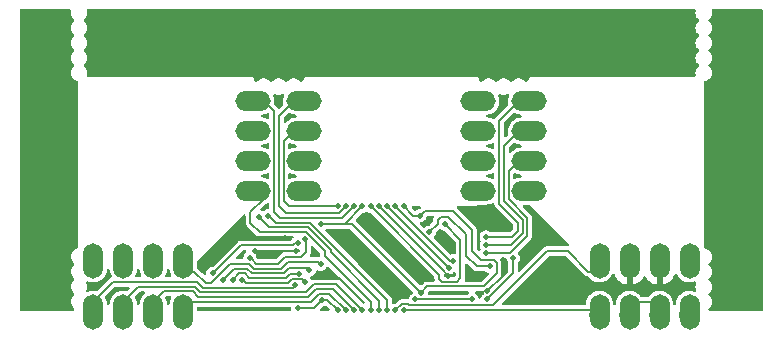
<source format=gbl>
%TF.GenerationSoftware,KiCad,Pcbnew,(5.99.0-12112-g0cd8a4d846)*%
%TF.CreationDate,2021-10-21T21:26:21-04:00*%
%TF.ProjectId,Piggyback_1_0_PCB,50696767-7962-4616-936b-5f315f305f50,rev?*%
%TF.SameCoordinates,Original*%
%TF.FileFunction,Copper,L2,Bot*%
%TF.FilePolarity,Positive*%
%FSLAX46Y46*%
G04 Gerber Fmt 4.6, Leading zero omitted, Abs format (unit mm)*
G04 Created by KiCad (PCBNEW (5.99.0-12112-g0cd8a4d846)) date 2021-10-21 21:26:21*
%MOMM*%
%LPD*%
G01*
G04 APERTURE LIST*
%TA.AperFunction,ComponentPad*%
%ADD10O,1.700000X1.700000*%
%TD*%
%TA.AperFunction,ComponentPad*%
%ADD11C,1.700000*%
%TD*%
%TA.AperFunction,ComponentPad*%
%ADD12O,3.000000X1.700000*%
%TD*%
%TA.AperFunction,ComponentPad*%
%ADD13O,1.700000X3.000000*%
%TD*%
%TA.AperFunction,ViaPad*%
%ADD14C,0.500000*%
%TD*%
%TA.AperFunction,Conductor*%
%ADD15C,0.200000*%
%TD*%
G04 APERTURE END LIST*
D10*
%TO.P,J12,4,Pin_4*%
%TO.N,D5*%
X60473750Y-88106250D03*
%TO.P,J12,3,Pin_3*%
%TO.N,D7*%
X63013750Y-88106250D03*
%TO.P,J12,2,Pin_2*%
%TO.N,D6*%
X65553750Y-88106250D03*
D11*
%TO.P,J12,1,Pin_1*%
%TO.N,D4*%
X68093750Y-88106250D03*
%TD*%
D10*
%TO.P,J7,4,Pin_4*%
%TO.N,F4*%
X92868750Y-69998750D03*
%TO.P,J7,3,Pin_3*%
%TO.N,F1*%
X92868750Y-72538750D03*
%TO.P,J7,2,Pin_2*%
%TO.N,F0*%
X92868750Y-75078750D03*
D11*
%TO.P,J7,1,Pin_1*%
%TO.N,E6*%
X92868750Y-77618750D03*
%TD*%
D10*
%TO.P,J5,4,Pin_4*%
%TO.N,AREF*%
X97631250Y-77638750D03*
%TO.P,J5,3,Pin_3*%
%TO.N,F7*%
X97631250Y-75098750D03*
%TO.P,J5,2,Pin_2*%
%TO.N,F6*%
X97631250Y-72558750D03*
D11*
%TO.P,J5,1,Pin_1*%
%TO.N,F5*%
X97631250Y-70018750D03*
%TD*%
D10*
%TO.P,J3,4,Pin_4*%
%TO.N,B3*%
X78581250Y-77638750D03*
%TO.P,J3,3,Pin_3*%
%TO.N,B7*%
X78581250Y-75098750D03*
%TO.P,J3,2,Pin_2*%
%TO.N,B2*%
X78581250Y-72558750D03*
D11*
%TO.P,J3,1,Pin_1*%
%TO.N,B1*%
X78581250Y-70018750D03*
%TD*%
D12*
%TO.P,J4,8,Pin_8*%
%TO.N,AREF*%
X97415000Y-77638750D03*
%TO.P,J4,7,Pin_7*%
%TO.N,E6*%
X93075000Y-77638750D03*
%TO.P,J4,6,Pin_6*%
%TO.N,F7*%
X97415000Y-75098750D03*
%TO.P,J4,5,Pin_5*%
%TO.N,F0*%
X93075000Y-75098750D03*
%TO.P,J4,4,Pin_4*%
%TO.N,F6*%
X97415000Y-72558750D03*
%TO.P,J4,3,Pin_3*%
%TO.N,F1*%
X93075000Y-72558750D03*
%TO.P,J4,2,Pin_2*%
%TO.N,F5*%
X97415000Y-70018750D03*
%TO.P,J4,1,Pin_1*%
%TO.N,F4*%
X93075000Y-70018750D03*
%TD*%
D10*
%TO.P,J9,4,Pin_4*%
%TO.N,D+*%
X110976250Y-83343750D03*
%TO.P,J9,3,Pin_3*%
%TO.N,GND*%
X108436250Y-83343750D03*
%TO.P,J9,2,Pin_2*%
X105896250Y-83343750D03*
D11*
%TO.P,J9,1,Pin_1*%
%TO.N,C6*%
X103356250Y-83343750D03*
%TD*%
D10*
%TO.P,J8,4,Pin_4*%
%TO.N,D0*%
X68113750Y-83343750D03*
%TO.P,J8,3,Pin_3*%
%TO.N,D3*%
X65573750Y-83343750D03*
%TO.P,J8,2,Pin_2*%
%TO.N,D2*%
X63033750Y-83343750D03*
D11*
%TO.P,J8,1,Pin_1*%
%TO.N,D1*%
X60493750Y-83343750D03*
%TD*%
D10*
%TO.P,J6,4,Pin_4*%
%TO.N,B0*%
X73818750Y-69998750D03*
%TO.P,J6,3,Pin_3*%
%TO.N,B6*%
X73818750Y-72538750D03*
%TO.P,J6,2,Pin_2*%
%TO.N,B5*%
X73818750Y-75078750D03*
D11*
%TO.P,J6,1,Pin_1*%
%TO.N,B4*%
X73818750Y-77618750D03*
%TD*%
D13*
%TO.P,J10,8,Pin_8*%
%TO.N,D0*%
X68113750Y-83560000D03*
%TO.P,J10,7,Pin_7*%
%TO.N,D4*%
X68113750Y-87900000D03*
%TO.P,J10,6,Pin_6*%
%TO.N,D3*%
X65573750Y-83560000D03*
%TO.P,J10,5,Pin_5*%
%TO.N,D6*%
X65573750Y-87900000D03*
%TO.P,J10,4,Pin_4*%
%TO.N,D2*%
X63033750Y-83560000D03*
%TO.P,J10,3,Pin_3*%
%TO.N,D7*%
X63033750Y-87900000D03*
%TO.P,J10,2,Pin_2*%
%TO.N,D1*%
X60493750Y-83560000D03*
%TO.P,J10,1,Pin_1*%
%TO.N,D5*%
X60493750Y-87900000D03*
%TD*%
D10*
%TO.P,J13,4,Pin_4*%
%TO.N,C7*%
X103336250Y-88106250D03*
%TO.P,J13,3,Pin_3*%
%TO.N,VCC*%
X105876250Y-88106250D03*
%TO.P,J13,2,Pin_2*%
X108416250Y-88106250D03*
D11*
%TO.P,J13,1,Pin_1*%
%TO.N,D-*%
X110956250Y-88106250D03*
%TD*%
D12*
%TO.P,J2,8,Pin_8*%
%TO.N,B3*%
X78365000Y-77638750D03*
%TO.P,J2,7,Pin_7*%
%TO.N,B4*%
X74025000Y-77638750D03*
%TO.P,J2,6,Pin_6*%
%TO.N,B7*%
X78365000Y-75098750D03*
%TO.P,J2,5,Pin_5*%
%TO.N,B5*%
X74025000Y-75098750D03*
%TO.P,J2,4,Pin_4*%
%TO.N,B2*%
X78365000Y-72558750D03*
%TO.P,J2,3,Pin_3*%
%TO.N,B6*%
X74025000Y-72558750D03*
%TO.P,J2,2,Pin_2*%
%TO.N,B1*%
X78365000Y-70018750D03*
%TO.P,J2,1,Pin_1*%
%TO.N,B0*%
X74025000Y-70018750D03*
%TD*%
D13*
%TO.P,J11,8,Pin_8*%
%TO.N,D+*%
X110976250Y-83560000D03*
%TO.P,J11,7,Pin_7*%
%TO.N,D-*%
X110976250Y-87900000D03*
%TO.P,J11,6,Pin_6*%
%TO.N,GND*%
X108436250Y-83560000D03*
%TO.P,J11,5,Pin_5*%
%TO.N,VCC*%
X108436250Y-87900000D03*
%TO.P,J11,4,Pin_4*%
%TO.N,GND*%
X105896250Y-83560000D03*
%TO.P,J11,3,Pin_3*%
%TO.N,VCC*%
X105896250Y-87900000D03*
%TO.P,J11,2,Pin_2*%
%TO.N,C6*%
X103356250Y-83560000D03*
%TO.P,J11,1,Pin_1*%
%TO.N,C7*%
X103356250Y-87900000D03*
%TD*%
D14*
%TO.N,RESET*%
X73756903Y-83287541D03*
%TO.N,GND*%
X74167597Y-82737404D03*
X76725000Y-81598750D03*
X95445000Y-80718750D03*
X72956250Y-80830000D03*
X97956250Y-82130000D03*
X95159732Y-83452455D03*
X70385707Y-82811829D03*
X92545000Y-79618750D03*
X97856250Y-86430000D03*
X101069063Y-86523749D03*
X83975000Y-83343750D03*
X84675000Y-78943750D03*
X90556250Y-84830000D03*
X93851082Y-86106082D03*
X77695000Y-82718750D03*
X100956250Y-84530000D03*
X85276330Y-82009919D03*
%TO.N,+5V*%
X93845000Y-86818750D03*
X77795000Y-87543750D03*
X79775000Y-80443750D03*
X92545000Y-86818750D03*
X87745000Y-86818750D03*
X83275000Y-78943750D03*
X96045000Y-83318750D03*
X70595000Y-84618750D03*
X88207500Y-86256250D03*
X79875000Y-86843750D03*
X88145000Y-79730000D03*
X81175000Y-87743750D03*
X77795000Y-82018750D03*
X86775000Y-78943750D03*
%TO.N,RESET*%
X78395000Y-81718750D03*
%TO.N,D++*%
X85375000Y-78943750D03*
X90575000Y-84143750D03*
%TO.N,D--*%
X86075000Y-78943750D03*
X90975000Y-83543750D03*
%TO.N,UCAP*%
X90275000Y-80443750D03*
X83975000Y-78943750D03*
%TO.N,AREF*%
X88945000Y-81118750D03*
X94045000Y-84018750D03*
%TO.N,F5*%
X93745000Y-81518750D03*
%TO.N,F6*%
X93745000Y-82218750D03*
%TO.N,F7*%
X93745000Y-82918750D03*
%TO.N,C7*%
X86775000Y-87743750D03*
%TO.N,C6*%
X86075000Y-87743750D03*
%TO.N,B6*%
X75295000Y-79718750D03*
X85375000Y-87743750D03*
%TO.N,B5*%
X74495000Y-79818750D03*
X84675000Y-87743750D03*
%TO.N,B4*%
X83975000Y-87743750D03*
%TO.N,D7*%
X83275000Y-87743750D03*
%TO.N,D6*%
X82575000Y-87743750D03*
%TO.N,D4*%
X81875000Y-87743750D03*
%TO.N,D5*%
X77593750Y-85630000D03*
%TO.N,D3*%
X73093750Y-85130000D03*
X78393750Y-85330000D03*
%TO.N,D2*%
X77893750Y-84630000D03*
X72293750Y-85130000D03*
%TO.N,D1*%
X78793750Y-84330000D03*
X71493750Y-85130000D03*
%TO.N,D0*%
X79727691Y-83842783D03*
%TO.N,B0*%
X82575000Y-78943750D03*
%TO.N,B2*%
X81175000Y-78943750D03*
%TO.N,B1*%
X81875000Y-78943750D03*
%TD*%
D15*
%TO.N,RESET*%
X73793750Y-83324388D02*
X73756903Y-83287541D01*
X73793750Y-83330000D02*
X73793750Y-83324388D01*
%TO.N,GND*%
X82275000Y-86043750D02*
X83375000Y-87143750D01*
X84675000Y-78943750D02*
X89975000Y-84243750D01*
X102667500Y-85718750D02*
X102145000Y-85718750D01*
X94345000Y-79618750D02*
X95445000Y-80718750D01*
X93851082Y-86106082D02*
X95159732Y-84797432D01*
X75883750Y-83330000D02*
X76495000Y-82718750D01*
X97856250Y-86430000D02*
X98556250Y-85730000D01*
X95159732Y-84797432D02*
X95159732Y-83452455D01*
X74275000Y-81543750D02*
X76075000Y-81543750D01*
X76075000Y-81543750D02*
X76075000Y-81634151D01*
X74893750Y-83330000D02*
X75883750Y-83330000D01*
X82275000Y-86043750D02*
X81275000Y-85043750D01*
X76495000Y-82718750D02*
X77695000Y-82718750D01*
X92545000Y-79618750D02*
X94345000Y-79618750D01*
X102145000Y-85718750D02*
X100956250Y-84530000D01*
X76075000Y-81634151D02*
X76051004Y-81658147D01*
X98556250Y-85730000D02*
X102656250Y-85730000D01*
X89975000Y-84243750D02*
X89975000Y-84248750D01*
X89975000Y-84248750D02*
X90556250Y-84830000D01*
X76075000Y-81543750D02*
X77375000Y-81543750D01*
X107177500Y-85718750D02*
X102667500Y-85718750D01*
X102656250Y-85730000D02*
X102667500Y-85718750D01*
%TO.N,+5V*%
X77795000Y-82018750D02*
X77600000Y-82018750D01*
X86775000Y-78948750D02*
X86775000Y-78943750D01*
X80275000Y-86843750D02*
X81175000Y-87743750D01*
X88207500Y-86256250D02*
X82395000Y-80443750D01*
X72970000Y-82243750D02*
X70595000Y-84618750D01*
X90945000Y-79318750D02*
X92545000Y-80918750D01*
X88145000Y-79730000D02*
X87556250Y-79730000D01*
X96045000Y-84618750D02*
X96045000Y-83318750D01*
X79175000Y-87543750D02*
X79875000Y-86843750D01*
X77375000Y-82243750D02*
X72970000Y-82243750D01*
X79875000Y-86843750D02*
X80275000Y-86843750D01*
X93845000Y-86818750D02*
X96045000Y-84618750D01*
X77600000Y-82018750D02*
X77375000Y-82243750D01*
X88145000Y-79730000D02*
X88145000Y-79718750D01*
X88745000Y-85718750D02*
X88207500Y-86256250D01*
X88145000Y-79718750D02*
X88545000Y-79318750D01*
X94645000Y-84618750D02*
X93545000Y-85718750D01*
X92545000Y-80918750D02*
X92545000Y-82718750D01*
X93285322Y-83459072D02*
X94385322Y-83459072D01*
X92545000Y-86818750D02*
X87745000Y-86818750D01*
X93545000Y-85718750D02*
X88745000Y-85718750D01*
X79775000Y-80443750D02*
X82395000Y-80443750D01*
X88545000Y-79318750D02*
X90945000Y-79318750D01*
X92545000Y-82718750D02*
X93285322Y-83459072D01*
X77795000Y-87543750D02*
X79175000Y-87543750D01*
X87556250Y-79730000D02*
X86775000Y-78948750D01*
X94385322Y-83459072D02*
X94645000Y-83718750D01*
X81775000Y-80443750D02*
X83275000Y-78943750D01*
X94645000Y-83718750D02*
X94645000Y-84618750D01*
%TO.N,VCC*%
X105896250Y-87000000D02*
X108436250Y-87000000D01*
%TO.N,RESET*%
X74295000Y-83818750D02*
X76095000Y-83818750D01*
X78495000Y-81818750D02*
X78395000Y-81718750D01*
X76095000Y-83818750D02*
X76695000Y-83218750D01*
X78495000Y-82818750D02*
X78495000Y-81818750D01*
X78095000Y-83218750D02*
X78495000Y-82818750D01*
X76695000Y-83218750D02*
X78095000Y-83218750D01*
X73895000Y-83418750D02*
X74295000Y-83818750D01*
X73882500Y-83418750D02*
X73793750Y-83330000D01*
X73895000Y-83418750D02*
X73882500Y-83418750D01*
%TO.N,D++*%
X90575000Y-84143750D02*
X85375000Y-78943750D01*
%TO.N,D--*%
X90675000Y-83543750D02*
X86075000Y-78943750D01*
X90975000Y-83543750D02*
X90675000Y-83543750D01*
%TO.N,UCAP*%
X91256250Y-85330000D02*
X91575000Y-85011250D01*
X91575000Y-81743750D02*
X90275000Y-80443750D01*
X91575000Y-85011250D02*
X91575000Y-81743750D01*
X89775000Y-84743750D02*
X89775000Y-85048750D01*
X83975000Y-78943750D02*
X89775000Y-84743750D01*
X90056250Y-85330000D02*
X91256250Y-85330000D01*
X89775000Y-85048750D02*
X90056250Y-85330000D01*
%TO.N,AREF*%
X92945000Y-84018750D02*
X94045000Y-84018750D01*
X92045000Y-83118750D02*
X92945000Y-84018750D01*
X89645000Y-80118750D02*
X89945000Y-79818750D01*
X92045000Y-81318750D02*
X92045000Y-83118750D01*
X88945000Y-81118750D02*
X89645000Y-80418750D01*
X89945000Y-79818750D02*
X90545000Y-79818750D01*
X89645000Y-80418750D02*
X89645000Y-80118750D01*
X90545000Y-79818750D02*
X92045000Y-81318750D01*
%TO.N,F5*%
X96445000Y-80318750D02*
X94845000Y-78718750D01*
X93745000Y-81518750D02*
X95945000Y-81518750D01*
X94845000Y-78718750D02*
X94845000Y-71688750D01*
X95945000Y-81518750D02*
X96445000Y-81018750D01*
X94845000Y-71688750D02*
X96515000Y-70018750D01*
X96445000Y-81018750D02*
X96445000Y-80318750D01*
%TO.N,F6*%
X96845000Y-81218750D02*
X96845000Y-80118750D01*
X95245000Y-73828750D02*
X96515000Y-72558750D01*
X95245000Y-78518750D02*
X95245000Y-73828750D01*
X95845000Y-82218750D02*
X96845000Y-81218750D01*
X93745000Y-82218750D02*
X95845000Y-82218750D01*
X96845000Y-80118750D02*
X95245000Y-78518750D01*
%TO.N,F7*%
X97245000Y-81418750D02*
X97245000Y-79918750D01*
X95745000Y-82918750D02*
X97245000Y-81418750D01*
X95645000Y-75968750D02*
X96515000Y-75098750D01*
X93745000Y-82918750D02*
X95745000Y-82918750D01*
X97245000Y-79918750D02*
X95645000Y-78318750D01*
X95645000Y-78318750D02*
X95645000Y-75968750D01*
%TO.N,C7*%
X86775000Y-87743750D02*
X86800000Y-87718750D01*
X102637500Y-87718750D02*
X103356250Y-87000000D01*
X86800000Y-87718750D02*
X102637500Y-87718750D01*
%TO.N,C6*%
X102386250Y-84460000D02*
X103356250Y-84460000D01*
X100645000Y-82718750D02*
X102386250Y-84460000D01*
X87145000Y-87218750D02*
X87245000Y-87318750D01*
X86600000Y-87218750D02*
X87145000Y-87218750D01*
X86075000Y-87743750D02*
X86600000Y-87218750D01*
X87245000Y-87318750D02*
X94345000Y-87318750D01*
X94345000Y-87318750D02*
X98945000Y-82718750D01*
X98945000Y-82718750D02*
X100645000Y-82718750D01*
%TO.N,B6*%
X85375000Y-86843750D02*
X85375000Y-87743750D01*
X78850000Y-80318750D02*
X75995000Y-80318750D01*
X75395000Y-79718750D02*
X75295000Y-79718750D01*
X78850000Y-80318750D02*
X85375000Y-86843750D01*
X75995000Y-80318750D02*
X75395000Y-79718750D01*
%TO.N,B5*%
X80575000Y-82843750D02*
X80575000Y-82598750D01*
X84675000Y-86943750D02*
X80575000Y-82843750D01*
X84675000Y-87743750D02*
X84675000Y-86943750D01*
X75395000Y-80718750D02*
X74495000Y-79818750D01*
X80575000Y-82598750D02*
X78695000Y-80718750D01*
X78695000Y-80718750D02*
X75395000Y-80718750D01*
%TO.N,B4*%
X73795000Y-80318750D02*
X74595000Y-81118750D01*
X83975000Y-87043750D02*
X83975000Y-87743750D01*
X80095000Y-83163750D02*
X83975000Y-87043750D01*
X74595000Y-81118750D02*
X78495000Y-81118750D01*
X74925000Y-78288750D02*
X73795000Y-79418750D01*
X80095000Y-82718750D02*
X80095000Y-83163750D01*
X78495000Y-81118750D02*
X80095000Y-82718750D01*
X73795000Y-79418750D02*
X73795000Y-80318750D01*
%TO.N,D7*%
X69550000Y-86218750D02*
X78500000Y-86218750D01*
X63033750Y-87000000D02*
X64303750Y-85730000D01*
X64303750Y-85730000D02*
X69061250Y-85730000D01*
X79175000Y-85543750D02*
X81075000Y-85543750D01*
X69061250Y-85730000D02*
X69550000Y-86218750D01*
X81075000Y-85543750D02*
X83275000Y-87743750D01*
X78500000Y-86218750D02*
X79175000Y-85543750D01*
%TO.N,D6*%
X66448750Y-86125000D02*
X65573750Y-87000000D01*
X78700000Y-86618750D02*
X69387500Y-86618750D01*
X80775000Y-85943750D02*
X79375000Y-85943750D01*
X82575000Y-87743750D02*
X80775000Y-85943750D01*
X69387500Y-86618750D02*
X68893750Y-86125000D01*
X68893750Y-86125000D02*
X66448750Y-86125000D01*
X79375000Y-85943750D02*
X78700000Y-86618750D01*
%TO.N,D4*%
X79575000Y-86343750D02*
X80475000Y-86343750D01*
X68132500Y-87018750D02*
X78900000Y-87018750D01*
X78900000Y-87018750D02*
X79575000Y-86343750D01*
X80475000Y-86343750D02*
X81875000Y-87743750D01*
%TO.N,D5*%
X62163750Y-85330000D02*
X60493750Y-87000000D01*
X77593750Y-85630000D02*
X77405000Y-85818750D01*
X69782500Y-85818750D02*
X69293750Y-85330000D01*
X69293750Y-85330000D02*
X62163750Y-85330000D01*
X77405000Y-85818750D02*
X69782500Y-85818750D01*
%TO.N,D3*%
X78182500Y-85118750D02*
X77295000Y-85118750D01*
X73382500Y-85418750D02*
X73093750Y-85130000D01*
X76995000Y-85418750D02*
X73382500Y-85418750D01*
X78393750Y-85330000D02*
X78182500Y-85118750D01*
X77295000Y-85118750D02*
X76995000Y-85418750D01*
%TO.N,D2*%
X76795000Y-85018750D02*
X73695000Y-85018750D01*
X77183750Y-84630000D02*
X76795000Y-85018750D01*
X77893750Y-84630000D02*
X77183750Y-84630000D01*
X73295000Y-84618750D02*
X72805000Y-84618750D01*
X72805000Y-84618750D02*
X72293750Y-85130000D01*
X73695000Y-85018750D02*
X73295000Y-84618750D01*
%TO.N,D1*%
X77095000Y-84118750D02*
X76595000Y-84618750D01*
X73895000Y-84618750D02*
X73495000Y-84218750D01*
X78793750Y-84330000D02*
X78582500Y-84118750D01*
X76595000Y-84618750D02*
X73895000Y-84618750D01*
X78582500Y-84118750D02*
X77095000Y-84118750D01*
X72405000Y-84218750D02*
X71493750Y-85130000D01*
X73495000Y-84218750D02*
X72405000Y-84218750D01*
%TO.N,D0*%
X76395000Y-84218750D02*
X76995000Y-83618750D01*
X69036250Y-84460000D02*
X69995000Y-85418750D01*
X73695000Y-83818750D02*
X74095000Y-84218750D01*
X79503658Y-83618750D02*
X79727691Y-83842783D01*
X76995000Y-83618750D02*
X79503658Y-83618750D01*
X70495000Y-85418750D02*
X72095000Y-83818750D01*
X72095000Y-83818750D02*
X73695000Y-83818750D01*
X68113750Y-84460000D02*
X69036250Y-84460000D01*
X74095000Y-84218750D02*
X76395000Y-84218750D01*
X69995000Y-85418750D02*
X70495000Y-85418750D01*
%TO.N,B0*%
X82575000Y-78943750D02*
X81575000Y-79943750D01*
X75795000Y-79418750D02*
X75795000Y-70888750D01*
X81575000Y-79943750D02*
X76320000Y-79943750D01*
X75795000Y-70888750D02*
X74925000Y-70018750D01*
X76320000Y-79943750D02*
X75795000Y-79418750D01*
%TO.N,B2*%
X76595000Y-73428750D02*
X77465000Y-72558750D01*
X76595000Y-78518750D02*
X76595000Y-73428750D01*
X77020000Y-78943750D02*
X76595000Y-78518750D01*
X81175000Y-78943750D02*
X77020000Y-78943750D01*
%TO.N,B1*%
X81875000Y-78943750D02*
X81300000Y-79518750D01*
X76195000Y-71288750D02*
X77465000Y-70018750D01*
X81300000Y-79518750D02*
X76795000Y-79518750D01*
X76195000Y-78918750D02*
X76195000Y-71288750D01*
X76795000Y-79518750D02*
X76195000Y-78918750D01*
%TD*%
%TA.AperFunction,Conductor*%
%TO.N,GND*%
G36*
X100494784Y-83138935D02*
G01*
X100515426Y-83155569D01*
X101342023Y-83982165D01*
X102147908Y-84788050D01*
X102167646Y-84798107D01*
X102184236Y-84808274D01*
X102202160Y-84821296D01*
X102223227Y-84828141D01*
X102241202Y-84835586D01*
X102252249Y-84841215D01*
X102252251Y-84841216D01*
X102260946Y-84845646D01*
X102282844Y-84849114D01*
X102301740Y-84853651D01*
X102322817Y-84860499D01*
X102343861Y-84860499D01*
X102410900Y-84880184D01*
X102443216Y-84910307D01*
X102494194Y-84978574D01*
X102494198Y-84978578D01*
X102497599Y-84983133D01*
X102501769Y-84986988D01*
X102501772Y-84986991D01*
X102542910Y-85025018D01*
X102652869Y-85126663D01*
X102657678Y-85129697D01*
X102657679Y-85129698D01*
X102821149Y-85232840D01*
X102831696Y-85239495D01*
X103028090Y-85317848D01*
X103033671Y-85318958D01*
X103033674Y-85318959D01*
X103097116Y-85331578D01*
X103235475Y-85359099D01*
X103241162Y-85359173D01*
X103241167Y-85359174D01*
X103441216Y-85361793D01*
X103441221Y-85361793D01*
X103446904Y-85361867D01*
X103452508Y-85360904D01*
X103452509Y-85360904D01*
X103649700Y-85327021D01*
X103649703Y-85327020D01*
X103655297Y-85326059D01*
X103853675Y-85252873D01*
X103859190Y-85249592D01*
X104030510Y-85147668D01*
X104030513Y-85147666D01*
X104035394Y-85144762D01*
X104194369Y-85005345D01*
X104197888Y-85000881D01*
X104197891Y-85000878D01*
X104268593Y-84911192D01*
X104325274Y-84839292D01*
X104403533Y-84690546D01*
X104452168Y-84640382D01*
X104520203Y-84624476D01*
X104586037Y-84647877D01*
X104626329Y-84697352D01*
X104703219Y-84868039D01*
X104708314Y-84877193D01*
X104831146Y-85059645D01*
X104837709Y-85067807D01*
X104989538Y-85226964D01*
X104997366Y-85233889D01*
X105173850Y-85365197D01*
X105182731Y-85370703D01*
X105378817Y-85470399D01*
X105388496Y-85474329D01*
X105598571Y-85539559D01*
X105608791Y-85541806D01*
X105624576Y-85543898D01*
X105638518Y-85541737D01*
X105642250Y-85528761D01*
X105642250Y-83831831D01*
X105633692Y-83802687D01*
X105633691Y-83732817D01*
X105671465Y-83674038D01*
X105735020Y-83645012D01*
X105752669Y-83643750D01*
X106036311Y-83643750D01*
X106103350Y-83663435D01*
X106149105Y-83716239D01*
X106159049Y-83785397D01*
X106157477Y-83794108D01*
X106150250Y-83827330D01*
X106150250Y-85526477D01*
X106154160Y-85539794D01*
X106164602Y-85541296D01*
X106282751Y-85516506D01*
X106292785Y-85513496D01*
X106497365Y-85432703D01*
X106506736Y-85428052D01*
X106694781Y-85313942D01*
X106703238Y-85307775D01*
X106869368Y-85163616D01*
X106876665Y-85156111D01*
X107016132Y-84986020D01*
X107022060Y-84977394D01*
X107057687Y-84914806D01*
X107107958Y-84866282D01*
X107176483Y-84852640D01*
X107241505Y-84878211D01*
X107268312Y-84906898D01*
X107371146Y-85059644D01*
X107377709Y-85067807D01*
X107529538Y-85226964D01*
X107537366Y-85233889D01*
X107713850Y-85365197D01*
X107722731Y-85370703D01*
X107918817Y-85470399D01*
X107928496Y-85474329D01*
X108138571Y-85539559D01*
X108148791Y-85541806D01*
X108164576Y-85543898D01*
X108178518Y-85541737D01*
X108182250Y-85528761D01*
X108182250Y-83831831D01*
X108173692Y-83802687D01*
X108173691Y-83732817D01*
X108211465Y-83674038D01*
X108275020Y-83645012D01*
X108292669Y-83643750D01*
X108566250Y-83643750D01*
X108633289Y-83663435D01*
X108679044Y-83716239D01*
X108690250Y-83767750D01*
X108690250Y-85526477D01*
X108694160Y-85539794D01*
X108704602Y-85541296D01*
X108822751Y-85516506D01*
X108832785Y-85513496D01*
X109037365Y-85432703D01*
X109046736Y-85428052D01*
X109234781Y-85313942D01*
X109243238Y-85307775D01*
X109409368Y-85163616D01*
X109416665Y-85156111D01*
X109556132Y-84986020D01*
X109562057Y-84977399D01*
X109670874Y-84786233D01*
X109675258Y-84776745D01*
X109702243Y-84702405D01*
X109743621Y-84646105D01*
X109808868Y-84621113D01*
X109877269Y-84635363D01*
X109930013Y-84689869D01*
X109991085Y-84813710D01*
X110117599Y-84983133D01*
X110121769Y-84986988D01*
X110121772Y-84986991D01*
X110162910Y-85025018D01*
X110272869Y-85126663D01*
X110277678Y-85129697D01*
X110277679Y-85129698D01*
X110441149Y-85232840D01*
X110451696Y-85239495D01*
X110648090Y-85317848D01*
X110653671Y-85318958D01*
X110653674Y-85318959D01*
X110717116Y-85331578D01*
X110855475Y-85359099D01*
X110861162Y-85359173D01*
X110861167Y-85359174D01*
X111061216Y-85361793D01*
X111061221Y-85361793D01*
X111066904Y-85361867D01*
X111072508Y-85360904D01*
X111072509Y-85360904D01*
X111269700Y-85327021D01*
X111269703Y-85327020D01*
X111275297Y-85326059D01*
X111372757Y-85290104D01*
X111442466Y-85285369D01*
X111503670Y-85319072D01*
X111536936Y-85380515D01*
X111531206Y-85451482D01*
X111490421Y-85556091D01*
X111468489Y-85722677D01*
X111469309Y-85730105D01*
X111469309Y-85730107D01*
X111478132Y-85810026D01*
X111486927Y-85889686D01*
X111489493Y-85896698D01*
X111489494Y-85896702D01*
X111530938Y-86009952D01*
X111535491Y-86079673D01*
X111501627Y-86140788D01*
X111440098Y-86173893D01*
X111368543Y-86167738D01*
X111304410Y-86142152D01*
X111298829Y-86141042D01*
X111298826Y-86141041D01*
X111200717Y-86121526D01*
X111097025Y-86100901D01*
X111091338Y-86100827D01*
X111091333Y-86100826D01*
X110891284Y-86098207D01*
X110891279Y-86098207D01*
X110885596Y-86098133D01*
X110879992Y-86099096D01*
X110879991Y-86099096D01*
X110682800Y-86132979D01*
X110682797Y-86132980D01*
X110677203Y-86133941D01*
X110478825Y-86207127D01*
X110473947Y-86210029D01*
X110473945Y-86210030D01*
X110301990Y-86312332D01*
X110301987Y-86312334D01*
X110297106Y-86315238D01*
X110138131Y-86454655D01*
X110134612Y-86459119D01*
X110134609Y-86459122D01*
X110117032Y-86481419D01*
X110007226Y-86620708D01*
X109908773Y-86807836D01*
X109907087Y-86813267D01*
X109907085Y-86813271D01*
X109855232Y-86980266D01*
X109846070Y-87009773D01*
X109829101Y-87153140D01*
X109801675Y-87217398D01*
X109743859Y-87256629D01*
X109674011Y-87258375D01*
X109614307Y-87222081D01*
X109583703Y-87159271D01*
X109582482Y-87149909D01*
X109572851Y-87045100D01*
X109572331Y-87039440D01*
X109514936Y-86835931D01*
X109507704Y-86821265D01*
X109477122Y-86759253D01*
X109421415Y-86646290D01*
X109294901Y-86476867D01*
X109290731Y-86473012D01*
X109290728Y-86473009D01*
X109209476Y-86397901D01*
X109139631Y-86333337D01*
X109086824Y-86300018D01*
X108965613Y-86223539D01*
X108965611Y-86223538D01*
X108960804Y-86220505D01*
X108764410Y-86142152D01*
X108758829Y-86141042D01*
X108758826Y-86141041D01*
X108660717Y-86121526D01*
X108557025Y-86100901D01*
X108551338Y-86100827D01*
X108551333Y-86100826D01*
X108351284Y-86098207D01*
X108351279Y-86098207D01*
X108345596Y-86098133D01*
X108339992Y-86099096D01*
X108339991Y-86099096D01*
X108142800Y-86132979D01*
X108142797Y-86132980D01*
X108137203Y-86133941D01*
X107938825Y-86207127D01*
X107933947Y-86210029D01*
X107933945Y-86210030D01*
X107761990Y-86312332D01*
X107761987Y-86312334D01*
X107757106Y-86315238D01*
X107598131Y-86454655D01*
X107521180Y-86552268D01*
X107464218Y-86592728D01*
X107423801Y-86599500D01*
X106908638Y-86599500D01*
X106841599Y-86579815D01*
X106809283Y-86549692D01*
X106758306Y-86481425D01*
X106758298Y-86481416D01*
X106754901Y-86476867D01*
X106750731Y-86473012D01*
X106750728Y-86473009D01*
X106669476Y-86397901D01*
X106599631Y-86333337D01*
X106546824Y-86300018D01*
X106425613Y-86223539D01*
X106425611Y-86223538D01*
X106420804Y-86220505D01*
X106224410Y-86142152D01*
X106218829Y-86141042D01*
X106218826Y-86141041D01*
X106120717Y-86121526D01*
X106017025Y-86100901D01*
X106011338Y-86100827D01*
X106011333Y-86100826D01*
X105811284Y-86098207D01*
X105811279Y-86098207D01*
X105805596Y-86098133D01*
X105799992Y-86099096D01*
X105799991Y-86099096D01*
X105602800Y-86132979D01*
X105602797Y-86132980D01*
X105597203Y-86133941D01*
X105398825Y-86207127D01*
X105393947Y-86210029D01*
X105393945Y-86210030D01*
X105221990Y-86312332D01*
X105221987Y-86312334D01*
X105217106Y-86315238D01*
X105058131Y-86454655D01*
X105054612Y-86459119D01*
X105054609Y-86459122D01*
X105037032Y-86481419D01*
X104927226Y-86620708D01*
X104828773Y-86807836D01*
X104827087Y-86813267D01*
X104827085Y-86813271D01*
X104775232Y-86980266D01*
X104766070Y-87009773D01*
X104749101Y-87153140D01*
X104721675Y-87217398D01*
X104663859Y-87256629D01*
X104594011Y-87258375D01*
X104534307Y-87222081D01*
X104503703Y-87159271D01*
X104502482Y-87149909D01*
X104492851Y-87045100D01*
X104492331Y-87039440D01*
X104434936Y-86835931D01*
X104427704Y-86821265D01*
X104397122Y-86759253D01*
X104341415Y-86646290D01*
X104214901Y-86476867D01*
X104210731Y-86473012D01*
X104210728Y-86473009D01*
X104129476Y-86397901D01*
X104059631Y-86333337D01*
X104006824Y-86300018D01*
X103885613Y-86223539D01*
X103885611Y-86223538D01*
X103880804Y-86220505D01*
X103684410Y-86142152D01*
X103678829Y-86141042D01*
X103678826Y-86141041D01*
X103580717Y-86121526D01*
X103477025Y-86100901D01*
X103471338Y-86100827D01*
X103471333Y-86100826D01*
X103271284Y-86098207D01*
X103271279Y-86098207D01*
X103265596Y-86098133D01*
X103259992Y-86099096D01*
X103259991Y-86099096D01*
X103062800Y-86132979D01*
X103062797Y-86132980D01*
X103057203Y-86133941D01*
X102858825Y-86207127D01*
X102853947Y-86210029D01*
X102853945Y-86210030D01*
X102681990Y-86312332D01*
X102681987Y-86312334D01*
X102677106Y-86315238D01*
X102518131Y-86454655D01*
X102514612Y-86459119D01*
X102514609Y-86459122D01*
X102497032Y-86481419D01*
X102387226Y-86620708D01*
X102288773Y-86807836D01*
X102287087Y-86813267D01*
X102287085Y-86813271D01*
X102235232Y-86980266D01*
X102226070Y-87009773D01*
X102225402Y-87015418D01*
X102225401Y-87015422D01*
X102216733Y-87088662D01*
X102205750Y-87181455D01*
X102205750Y-87194250D01*
X102186065Y-87261289D01*
X102133261Y-87307044D01*
X102081750Y-87318250D01*
X95211255Y-87318250D01*
X95144216Y-87298565D01*
X95098461Y-87245761D01*
X95088517Y-87176603D01*
X95117542Y-87113047D01*
X95123574Y-87106569D01*
X99074573Y-83155569D01*
X99135896Y-83122084D01*
X99162254Y-83119250D01*
X100427745Y-83119250D01*
X100494784Y-83138935D01*
G37*
%TD.AperFunction*%
%TA.AperFunction,Conductor*%
G36*
X82244784Y-80863935D02*
G01*
X82265426Y-80880569D01*
X84940589Y-83555731D01*
X87516726Y-86131868D01*
X87550211Y-86193191D01*
X87545227Y-86262883D01*
X87503355Y-86318816D01*
X87476506Y-86334107D01*
X87467375Y-86337889D01*
X87352379Y-86426129D01*
X87347435Y-86432572D01*
X87313446Y-86476867D01*
X87264139Y-86541125D01*
X87208670Y-86675041D01*
X87207609Y-86683102D01*
X87204010Y-86710436D01*
X87175743Y-86774333D01*
X87117418Y-86812803D01*
X87081071Y-86818250D01*
X86536567Y-86818250D01*
X86515893Y-86824968D01*
X86515501Y-86825095D01*
X86496576Y-86829639D01*
X86474696Y-86833104D01*
X86466003Y-86837533D01*
X86465998Y-86837535D01*
X86454952Y-86843163D01*
X86436981Y-86850607D01*
X86425192Y-86854438D01*
X86415910Y-86857454D01*
X86408017Y-86863189D01*
X86397987Y-86870476D01*
X86381397Y-86880642D01*
X86361658Y-86890700D01*
X86339091Y-86913267D01*
X86091932Y-87160425D01*
X86030609Y-87193910D01*
X86020437Y-87195683D01*
X85981910Y-87200756D01*
X85931291Y-87207420D01*
X85928986Y-87208375D01*
X85861741Y-87206773D01*
X85803880Y-87167610D01*
X85776377Y-87103381D01*
X85775500Y-87088662D01*
X85775500Y-86812231D01*
X85775499Y-86812225D01*
X85775499Y-86780317D01*
X85768651Y-86759240D01*
X85764114Y-86740344D01*
X85760646Y-86718446D01*
X85754935Y-86707236D01*
X85750586Y-86698702D01*
X85743140Y-86680725D01*
X85740595Y-86672890D01*
X85736296Y-86659660D01*
X85723274Y-86641736D01*
X85713107Y-86625146D01*
X85707480Y-86614103D01*
X85703050Y-86605408D01*
X82885680Y-83788038D01*
X80153574Y-81055931D01*
X80120089Y-80994608D01*
X80125073Y-80924916D01*
X80166945Y-80868983D01*
X80232409Y-80844566D01*
X80241255Y-80844250D01*
X82177745Y-80844250D01*
X82244784Y-80863935D01*
G37*
%TD.AperFunction*%
%TA.AperFunction,Conductor*%
G36*
X83686999Y-79417395D02*
G01*
X83690925Y-79419661D01*
X83697375Y-79424611D01*
X83704888Y-79427723D01*
X83823777Y-79476968D01*
X83823779Y-79476969D01*
X83831291Y-79480080D01*
X83839351Y-79481141D01*
X83839354Y-79481142D01*
X83920437Y-79491817D01*
X83984334Y-79520084D01*
X83991932Y-79527075D01*
X89338181Y-84873324D01*
X89371666Y-84934647D01*
X89374500Y-84961005D01*
X89374500Y-85112183D01*
X89380191Y-85129698D01*
X89381345Y-85133249D01*
X89385889Y-85152175D01*
X89389354Y-85174056D01*
X89385599Y-85174651D01*
X89387080Y-85225720D01*
X89351026Y-85285569D01*
X89288339Y-85316425D01*
X89267140Y-85318250D01*
X88681567Y-85318250D01*
X88663582Y-85324094D01*
X88660501Y-85325095D01*
X88641576Y-85329639D01*
X88619696Y-85333104D01*
X88611001Y-85337534D01*
X88611002Y-85337534D01*
X88599954Y-85343163D01*
X88581979Y-85350609D01*
X88560911Y-85357454D01*
X88553019Y-85363188D01*
X88553017Y-85363189D01*
X88542988Y-85370476D01*
X88526401Y-85380641D01*
X88506658Y-85390700D01*
X88484095Y-85413263D01*
X88484091Y-85413266D01*
X88295181Y-85602176D01*
X88233858Y-85635661D01*
X88164166Y-85630677D01*
X88119819Y-85602176D01*
X82739074Y-80221431D01*
X82705589Y-80160108D01*
X82710573Y-80090416D01*
X82739074Y-80046069D01*
X83258068Y-79527075D01*
X83319391Y-79493590D01*
X83329563Y-79491817D01*
X83410646Y-79481142D01*
X83410649Y-79481141D01*
X83418709Y-79480080D01*
X83426221Y-79476969D01*
X83426223Y-79476968D01*
X83545112Y-79427723D01*
X83552625Y-79424611D01*
X83559075Y-79419661D01*
X83563001Y-79417395D01*
X83630901Y-79400924D01*
X83686999Y-79417395D01*
G37*
%TD.AperFunction*%
%TA.AperFunction,Conductor*%
G36*
X90346951Y-84645146D02*
G01*
X90358588Y-84649966D01*
X90423777Y-84676968D01*
X90423779Y-84676969D01*
X90431291Y-84680080D01*
X90439351Y-84681141D01*
X90439354Y-84681142D01*
X90450135Y-84682561D01*
X90514032Y-84710827D01*
X90552503Y-84769152D01*
X90553334Y-84839017D01*
X90516262Y-84898240D01*
X90453056Y-84928019D01*
X90433950Y-84929500D01*
X90299500Y-84929500D01*
X90232461Y-84909815D01*
X90186706Y-84857011D01*
X90175500Y-84805500D01*
X90175500Y-84759707D01*
X90195185Y-84692668D01*
X90247989Y-84646913D01*
X90317147Y-84636969D01*
X90346951Y-84645146D01*
G37*
%TD.AperFunction*%
%TA.AperFunction,Conductor*%
G36*
X91093834Y-84511173D02*
G01*
X91149767Y-84553045D01*
X91174184Y-84618509D01*
X91174500Y-84627355D01*
X91174500Y-84793995D01*
X91154815Y-84861034D01*
X91138181Y-84881676D01*
X91126676Y-84893181D01*
X91065353Y-84926666D01*
X91038995Y-84929500D01*
X90716050Y-84929500D01*
X90649011Y-84909815D01*
X90603256Y-84857011D01*
X90593312Y-84787853D01*
X90622337Y-84724297D01*
X90681115Y-84686523D01*
X90699865Y-84682561D01*
X90710646Y-84681142D01*
X90710649Y-84681141D01*
X90718709Y-84680080D01*
X90726221Y-84676969D01*
X90726223Y-84676968D01*
X90830938Y-84633594D01*
X90852625Y-84624611D01*
X90918582Y-84574000D01*
X90961178Y-84541315D01*
X90967621Y-84536371D01*
X90967989Y-84536851D01*
X91024142Y-84506189D01*
X91093834Y-84511173D01*
G37*
%TD.AperFunction*%
%TA.AperFunction,Conductor*%
G36*
X95448110Y-83338935D02*
G01*
X95493865Y-83391739D01*
X95504010Y-83427064D01*
X95508670Y-83462459D01*
X95564139Y-83596375D01*
X95569087Y-83602823D01*
X95569089Y-83602827D01*
X95618875Y-83667709D01*
X95644070Y-83732878D01*
X95644500Y-83743196D01*
X95644500Y-84401495D01*
X95624815Y-84468534D01*
X95608181Y-84489176D01*
X95238190Y-84859167D01*
X95176867Y-84892652D01*
X95107175Y-84887668D01*
X95051242Y-84845796D01*
X95026825Y-84780332D01*
X95031239Y-84744150D01*
X95030646Y-84744056D01*
X95034111Y-84722175D01*
X95038655Y-84703249D01*
X95042485Y-84691461D01*
X95045500Y-84682183D01*
X95045500Y-83655317D01*
X95038655Y-83634251D01*
X95034111Y-83615325D01*
X95032172Y-83603083D01*
X95030646Y-83593446D01*
X95026217Y-83584753D01*
X95026215Y-83584748D01*
X95020587Y-83573702D01*
X95013143Y-83555731D01*
X95009312Y-83543942D01*
X95006296Y-83534660D01*
X94993274Y-83516736D01*
X94983090Y-83500113D01*
X94982784Y-83499512D01*
X94969909Y-83430839D01*
X94996204Y-83366106D01*
X95053323Y-83325866D01*
X95093286Y-83319250D01*
X95381071Y-83319250D01*
X95448110Y-83338935D01*
G37*
%TD.AperFunction*%
%TA.AperFunction,Conductor*%
G36*
X73313834Y-79612944D02*
G01*
X73369767Y-79654816D01*
X73394184Y-79720280D01*
X73394500Y-79729126D01*
X73394500Y-80382183D01*
X73397515Y-80391461D01*
X73401345Y-80403249D01*
X73405889Y-80422174D01*
X73409354Y-80444054D01*
X73413783Y-80452747D01*
X73413785Y-80452752D01*
X73419413Y-80463798D01*
X73426857Y-80481769D01*
X73427791Y-80484643D01*
X73433704Y-80502840D01*
X73446728Y-80520766D01*
X73456892Y-80537352D01*
X73466950Y-80557092D01*
X73489513Y-80579655D01*
X73489516Y-80579659D01*
X74334091Y-81424234D01*
X74334095Y-81424237D01*
X74356658Y-81446800D01*
X74376401Y-81456859D01*
X74392988Y-81467024D01*
X74403017Y-81474311D01*
X74403019Y-81474312D01*
X74410911Y-81480046D01*
X74420190Y-81483061D01*
X74431978Y-81486891D01*
X74449954Y-81494337D01*
X74469696Y-81504396D01*
X74491576Y-81507861D01*
X74510501Y-81512405D01*
X74531567Y-81519250D01*
X77232942Y-81519250D01*
X77299981Y-81538935D01*
X77345736Y-81591739D01*
X77355680Y-81660897D01*
X77331318Y-81718736D01*
X77328670Y-81722187D01*
X77317975Y-81734382D01*
X77245426Y-81806931D01*
X77184103Y-81840416D01*
X77157745Y-81843250D01*
X72938481Y-81843250D01*
X72938477Y-81843251D01*
X72906567Y-81843251D01*
X72885490Y-81850099D01*
X72866594Y-81854636D01*
X72844696Y-81858104D01*
X72836001Y-81862534D01*
X72835999Y-81862535D01*
X72824952Y-81868164D01*
X72806977Y-81875609D01*
X72785910Y-81882454D01*
X72778013Y-81888191D01*
X72778014Y-81888191D01*
X72767987Y-81895476D01*
X72751397Y-81905642D01*
X72731658Y-81915700D01*
X72709091Y-81938267D01*
X70611932Y-84035425D01*
X70550609Y-84068910D01*
X70540437Y-84070683D01*
X70459354Y-84081358D01*
X70459351Y-84081359D01*
X70451291Y-84082420D01*
X70443779Y-84085531D01*
X70443777Y-84085532D01*
X70377702Y-84112901D01*
X70317375Y-84137889D01*
X70202379Y-84226129D01*
X70197435Y-84232572D01*
X70145136Y-84300729D01*
X70114139Y-84341125D01*
X70109429Y-84352496D01*
X70066571Y-84455967D01*
X70058670Y-84475041D01*
X70047206Y-84562120D01*
X70040187Y-84615430D01*
X70011920Y-84679326D01*
X69953596Y-84717797D01*
X69883731Y-84718628D01*
X69829567Y-84686925D01*
X69716643Y-84574000D01*
X69300569Y-84157926D01*
X69267084Y-84096603D01*
X69264250Y-84070245D01*
X69264250Y-83611376D01*
X69283935Y-83544337D01*
X69300569Y-83523695D01*
X73182819Y-79641445D01*
X73244142Y-79607960D01*
X73313834Y-79612944D01*
G37*
%TD.AperFunction*%
%TA.AperFunction,Conductor*%
G36*
X97430663Y-78808935D02*
G01*
X97451305Y-78825569D01*
X100732305Y-82106569D01*
X100765790Y-82167892D01*
X100760806Y-82237584D01*
X100718934Y-82293517D01*
X100653470Y-82317934D01*
X100644624Y-82318250D01*
X98913481Y-82318250D01*
X98913477Y-82318251D01*
X98881567Y-82318251D01*
X98860490Y-82325099D01*
X98841594Y-82329636D01*
X98819696Y-82333104D01*
X98811001Y-82337534D01*
X98810999Y-82337535D01*
X98799952Y-82343164D01*
X98781977Y-82350609D01*
X98760910Y-82357454D01*
X98753013Y-82363191D01*
X98753014Y-82363191D01*
X98742987Y-82370476D01*
X98726397Y-82380642D01*
X98706658Y-82390700D01*
X96657181Y-84440177D01*
X96595858Y-84473662D01*
X96526166Y-84468678D01*
X96470233Y-84426806D01*
X96445816Y-84361342D01*
X96445500Y-84352496D01*
X96445500Y-83743196D01*
X96465185Y-83676157D01*
X96471125Y-83667709D01*
X96520911Y-83602827D01*
X96520913Y-83602823D01*
X96525861Y-83596375D01*
X96554693Y-83526767D01*
X96578218Y-83469973D01*
X96578219Y-83469971D01*
X96581330Y-83462459D01*
X96600250Y-83318750D01*
X96581330Y-83175041D01*
X96575858Y-83161829D01*
X96528972Y-83048636D01*
X96525861Y-83041125D01*
X96445812Y-82936803D01*
X96420618Y-82871635D01*
X96434656Y-82803190D01*
X96456507Y-82773636D01*
X97550483Y-81679659D01*
X97573050Y-81657092D01*
X97583108Y-81637353D01*
X97593274Y-81620763D01*
X97600559Y-81610736D01*
X97606296Y-81602840D01*
X97613141Y-81581773D01*
X97620586Y-81563798D01*
X97626215Y-81552751D01*
X97626216Y-81552749D01*
X97630646Y-81544054D01*
X97634114Y-81522156D01*
X97638651Y-81503260D01*
X97645499Y-81482183D01*
X97645499Y-81450275D01*
X97645500Y-81450269D01*
X97645500Y-79855317D01*
X97638655Y-79834251D01*
X97634111Y-79815325D01*
X97632172Y-79803083D01*
X97630646Y-79793446D01*
X97620587Y-79773704D01*
X97613141Y-79755728D01*
X97609311Y-79743940D01*
X97606296Y-79734661D01*
X97593274Y-79716737D01*
X97583109Y-79700151D01*
X97573050Y-79680408D01*
X97550487Y-79657845D01*
X97550484Y-79657841D01*
X96893574Y-79000931D01*
X96860089Y-78939608D01*
X96865073Y-78869916D01*
X96906945Y-78813983D01*
X96972409Y-78789566D01*
X96981255Y-78789250D01*
X97363624Y-78789250D01*
X97430663Y-78808935D01*
G37*
%TD.AperFunction*%
%TA.AperFunction,Conductor*%
G36*
X76489766Y-82663935D02*
G01*
X76535521Y-82716739D01*
X76545465Y-82785897D01*
X76516440Y-82849453D01*
X76495615Y-82868566D01*
X76492989Y-82870474D01*
X76476397Y-82880642D01*
X76456658Y-82890700D01*
X76434091Y-82913267D01*
X75965426Y-83381931D01*
X75904103Y-83415416D01*
X75877745Y-83418250D01*
X74512254Y-83418250D01*
X74445215Y-83398565D01*
X74424573Y-83381931D01*
X74339183Y-83296541D01*
X74305698Y-83235218D01*
X74303925Y-83225045D01*
X74301239Y-83204645D01*
X74293233Y-83143832D01*
X74237764Y-83009916D01*
X74163037Y-82912530D01*
X74154468Y-82901363D01*
X74149524Y-82894920D01*
X74143081Y-82889976D01*
X74143077Y-82889972D01*
X74112651Y-82866625D01*
X74071449Y-82810197D01*
X74067294Y-82740451D01*
X74101507Y-82679531D01*
X74163224Y-82646779D01*
X74188138Y-82644250D01*
X76422727Y-82644250D01*
X76489766Y-82663935D01*
G37*
%TD.AperFunction*%
%TA.AperFunction,Conductor*%
G36*
X77774574Y-82571311D02*
G01*
X77791316Y-82578717D01*
X77796676Y-82575273D01*
X77815423Y-82571311D01*
X77868554Y-82564316D01*
X77937588Y-82575081D01*
X77989844Y-82621461D01*
X78008730Y-82688729D01*
X77988250Y-82755530D01*
X77972420Y-82774936D01*
X77965425Y-82781931D01*
X77904102Y-82815416D01*
X77877744Y-82818250D01*
X77831611Y-82818250D01*
X77796336Y-82807892D01*
X77777495Y-82816769D01*
X77758389Y-82818250D01*
X77647271Y-82818250D01*
X77580232Y-82798565D01*
X77534477Y-82745761D01*
X77524533Y-82676603D01*
X77553558Y-82613047D01*
X77574379Y-82593938D01*
X77577016Y-82592022D01*
X77593599Y-82581860D01*
X77612908Y-82572021D01*
X77685384Y-82559569D01*
X77774574Y-82571311D01*
G37*
%TD.AperFunction*%
%TA.AperFunction,Conductor*%
G36*
X94398879Y-78670135D02*
G01*
X94438385Y-78727763D01*
X94444500Y-78766222D01*
X94444500Y-78782183D01*
X94447515Y-78791461D01*
X94451345Y-78803249D01*
X94455889Y-78822174D01*
X94459354Y-78844054D01*
X94463783Y-78852747D01*
X94463785Y-78852752D01*
X94469413Y-78863798D01*
X94476857Y-78881769D01*
X94477583Y-78884002D01*
X94483704Y-78902840D01*
X94496728Y-78920766D01*
X94506892Y-78937352D01*
X94516950Y-78957092D01*
X94539513Y-78979655D01*
X94539516Y-78979659D01*
X96008181Y-80448324D01*
X96041666Y-80509647D01*
X96044500Y-80536005D01*
X96044500Y-80801495D01*
X96024815Y-80868534D01*
X96008181Y-80889176D01*
X95815426Y-81081931D01*
X95754103Y-81115416D01*
X95727745Y-81118250D01*
X94169446Y-81118250D01*
X94102407Y-81098565D01*
X94093959Y-81092625D01*
X94029077Y-81042839D01*
X94029072Y-81042836D01*
X94022625Y-81037889D01*
X93924660Y-80997311D01*
X93896223Y-80985532D01*
X93896221Y-80985531D01*
X93888709Y-80982420D01*
X93745000Y-80963500D01*
X93601291Y-80982420D01*
X93593779Y-80985531D01*
X93593777Y-80985532D01*
X93565340Y-80997311D01*
X93467375Y-81037889D01*
X93460928Y-81042836D01*
X93384062Y-81101818D01*
X93352379Y-81126129D01*
X93264139Y-81241125D01*
X93208670Y-81375041D01*
X93198766Y-81450269D01*
X93192439Y-81498325D01*
X93185033Y-81515067D01*
X93188477Y-81520426D01*
X93192439Y-81539175D01*
X93208670Y-81662459D01*
X93264139Y-81796375D01*
X93269089Y-81802825D01*
X93271355Y-81806751D01*
X93287826Y-81874651D01*
X93271355Y-81930749D01*
X93269089Y-81934675D01*
X93264139Y-81941125D01*
X93261027Y-81948638D01*
X93255905Y-81961005D01*
X93208670Y-82075041D01*
X93196446Y-82167892D01*
X93192439Y-82198325D01*
X93185033Y-82215067D01*
X93188477Y-82220426D01*
X93192439Y-82239175D01*
X93208670Y-82362459D01*
X93211781Y-82369971D01*
X93211782Y-82369973D01*
X93245497Y-82451368D01*
X93264139Y-82496375D01*
X93269089Y-82502825D01*
X93271355Y-82506751D01*
X93287826Y-82574651D01*
X93271355Y-82630748D01*
X93269086Y-82634678D01*
X93264139Y-82641125D01*
X93261224Y-82648163D01*
X93210829Y-82696216D01*
X93142222Y-82709441D01*
X93077357Y-82683474D01*
X93066326Y-82673683D01*
X92981819Y-82589176D01*
X92948334Y-82527853D01*
X92945500Y-82501495D01*
X92945500Y-82255361D01*
X92955858Y-82220086D01*
X92946981Y-82201245D01*
X92945500Y-82182139D01*
X92945500Y-81555361D01*
X92955858Y-81520086D01*
X92946981Y-81501245D01*
X92945500Y-81482139D01*
X92945500Y-80855317D01*
X92938655Y-80834251D01*
X92934111Y-80815325D01*
X92932172Y-80803083D01*
X92930646Y-80793446D01*
X92920587Y-80773704D01*
X92913141Y-80755728D01*
X92909311Y-80743940D01*
X92906296Y-80734661D01*
X92893274Y-80716737D01*
X92883109Y-80700151D01*
X92873050Y-80680408D01*
X92850487Y-80657845D01*
X92850484Y-80657841D01*
X91285574Y-79092931D01*
X91252089Y-79031608D01*
X91257073Y-78961916D01*
X91298945Y-78905983D01*
X91364409Y-78881566D01*
X91373255Y-78881250D01*
X92816243Y-78881250D01*
X92828047Y-78881827D01*
X92838968Y-78884990D01*
X92873041Y-78882039D01*
X92876818Y-78881712D01*
X92887517Y-78881250D01*
X92896655Y-78881250D01*
X92903294Y-78880014D01*
X92915294Y-78878380D01*
X92933948Y-78876764D01*
X92938903Y-78876335D01*
X92950310Y-78875347D01*
X92960598Y-78870318D01*
X92964045Y-78869362D01*
X92967365Y-78868081D01*
X92978620Y-78865985D01*
X92988365Y-78859978D01*
X92988368Y-78859977D01*
X93008542Y-78847541D01*
X93019138Y-78841703D01*
X93050716Y-78826267D01*
X93058502Y-78817873D01*
X93063142Y-78814427D01*
X93071977Y-78808438D01*
X93073156Y-78807711D01*
X93138252Y-78789250D01*
X93778641Y-78789250D01*
X93935560Y-78774831D01*
X94139069Y-78717436D01*
X94265656Y-78655010D01*
X94334488Y-78643014D01*
X94398879Y-78670135D01*
G37*
%TD.AperFunction*%
%TA.AperFunction,Conductor*%
G36*
X84771725Y-78763435D02*
G01*
X84817480Y-78816239D01*
X84827625Y-78883936D01*
X84820187Y-78940429D01*
X84791920Y-79004326D01*
X84733595Y-79042796D01*
X84663730Y-79043627D01*
X84609567Y-79011924D01*
X84558325Y-78960682D01*
X84524840Y-78899359D01*
X84523069Y-78889202D01*
X84522377Y-78883951D01*
X84533134Y-78814915D01*
X84579507Y-78762653D01*
X84645314Y-78743750D01*
X84704686Y-78743750D01*
X84771725Y-78763435D01*
G37*
%TD.AperFunction*%
%TD*%
%TA.AperFunction,NonConductor*%
G36*
X111439888Y-62232185D02*
G01*
X111485643Y-62284989D01*
X111495587Y-62354147D01*
X111493053Y-62366841D01*
X111490421Y-62373591D01*
X111468489Y-62540177D01*
X111486927Y-62707186D01*
X111489493Y-62714198D01*
X111489494Y-62714202D01*
X111542100Y-62857953D01*
X111544670Y-62864975D01*
X111638384Y-63004436D01*
X111643916Y-63009469D01*
X111643917Y-63009471D01*
X111733838Y-63091293D01*
X111770174Y-63150971D01*
X111768478Y-63220820D01*
X111731899Y-63276448D01*
X111648070Y-63349578D01*
X111551455Y-63487046D01*
X111490421Y-63643591D01*
X111468489Y-63810177D01*
X111486927Y-63977186D01*
X111489493Y-63984198D01*
X111489494Y-63984202D01*
X111542100Y-64127953D01*
X111544670Y-64134975D01*
X111638384Y-64274436D01*
X111643916Y-64279469D01*
X111643917Y-64279471D01*
X111733838Y-64361293D01*
X111770174Y-64420971D01*
X111768478Y-64490820D01*
X111731899Y-64546448D01*
X111648070Y-64619578D01*
X111551455Y-64757046D01*
X111490421Y-64913591D01*
X111468489Y-65080177D01*
X111486927Y-65247186D01*
X111489493Y-65254198D01*
X111489494Y-65254202D01*
X111542100Y-65397953D01*
X111544670Y-65404975D01*
X111638384Y-65544436D01*
X111643916Y-65549469D01*
X111643917Y-65549471D01*
X111733838Y-65631293D01*
X111770174Y-65690971D01*
X111768478Y-65760820D01*
X111731899Y-65816448D01*
X111648070Y-65889578D01*
X111551455Y-66027046D01*
X111490421Y-66183591D01*
X111468489Y-66350177D01*
X111486927Y-66517186D01*
X111489493Y-66524198D01*
X111489494Y-66524202D01*
X111542100Y-66667953D01*
X111544670Y-66674975D01*
X111638384Y-66814436D01*
X111643916Y-66819469D01*
X111643917Y-66819471D01*
X111733838Y-66901293D01*
X111770174Y-66960971D01*
X111768478Y-67030820D01*
X111731899Y-67086448D01*
X111648070Y-67159578D01*
X111551455Y-67297046D01*
X111490421Y-67453591D01*
X111468489Y-67620177D01*
X111486927Y-67787186D01*
X111489495Y-67794202D01*
X111490110Y-67795883D01*
X111490195Y-67797191D01*
X111491203Y-67801487D01*
X111490487Y-67801655D01*
X111494664Y-67865604D01*
X111460802Y-67926720D01*
X111399274Y-67959826D01*
X111373663Y-67962500D01*
X97683757Y-67962500D01*
X97671953Y-67961923D01*
X97661032Y-67958760D01*
X97626959Y-67961711D01*
X97623182Y-67962038D01*
X97612483Y-67962500D01*
X97603345Y-67962500D01*
X97596706Y-67963736D01*
X97584706Y-67965370D01*
X97566052Y-67966986D01*
X97561097Y-67967415D01*
X97549690Y-67968403D01*
X97539402Y-67973432D01*
X97535955Y-67974388D01*
X97532635Y-67975669D01*
X97521380Y-67977765D01*
X97511635Y-67983772D01*
X97511632Y-67983773D01*
X97491458Y-67996209D01*
X97480862Y-68002047D01*
X97449284Y-68017483D01*
X97441499Y-68025875D01*
X97438640Y-68027999D01*
X97435992Y-68030400D01*
X97426243Y-68036409D01*
X97404973Y-68064381D01*
X97397176Y-68073656D01*
X97381065Y-68091023D01*
X97381064Y-68091025D01*
X97373279Y-68099417D01*
X97369036Y-68110051D01*
X97367125Y-68113074D01*
X97365524Y-68116258D01*
X97358596Y-68125369D01*
X97355412Y-68136364D01*
X97348822Y-68159121D01*
X97344886Y-68170583D01*
X97331865Y-68203220D01*
X97331250Y-68209493D01*
X97331250Y-68212531D01*
X97331102Y-68215553D01*
X97330978Y-68215547D01*
X97330673Y-68221796D01*
X97327510Y-68232718D01*
X97327925Y-68237514D01*
X97303403Y-68298314D01*
X97287646Y-68314851D01*
X97279221Y-68322201D01*
X97265320Y-68334328D01*
X97251862Y-68353477D01*
X97197210Y-68397005D01*
X97127699Y-68404076D01*
X97065399Y-68372444D01*
X97048223Y-68352410D01*
X97043788Y-68345958D01*
X97043787Y-68345956D01*
X97039552Y-68339795D01*
X96914099Y-68228021D01*
X96907492Y-68224523D01*
X96907488Y-68224520D01*
X96805678Y-68170615D01*
X96765606Y-68149398D01*
X96659349Y-68122708D01*
X96609895Y-68110286D01*
X96609894Y-68110286D01*
X96602645Y-68108465D01*
X96514557Y-68108004D01*
X96442098Y-68107624D01*
X96442097Y-68107624D01*
X96434625Y-68107585D01*
X96271244Y-68146810D01*
X96264601Y-68150238D01*
X96264600Y-68150239D01*
X96231305Y-68167424D01*
X96121936Y-68223873D01*
X95995320Y-68334328D01*
X95981862Y-68353477D01*
X95927210Y-68397005D01*
X95857699Y-68404076D01*
X95795399Y-68372444D01*
X95778223Y-68352410D01*
X95773788Y-68345958D01*
X95773787Y-68345956D01*
X95769552Y-68339795D01*
X95644099Y-68228021D01*
X95637492Y-68224523D01*
X95637488Y-68224520D01*
X95535678Y-68170615D01*
X95495606Y-68149398D01*
X95389349Y-68122708D01*
X95339895Y-68110286D01*
X95339894Y-68110286D01*
X95332645Y-68108465D01*
X95244557Y-68108004D01*
X95172098Y-68107624D01*
X95172097Y-68107624D01*
X95164625Y-68107585D01*
X95001244Y-68146810D01*
X94994601Y-68150238D01*
X94994600Y-68150239D01*
X94961305Y-68167424D01*
X94851936Y-68223873D01*
X94725320Y-68334328D01*
X94711862Y-68353477D01*
X94657210Y-68397005D01*
X94587699Y-68404076D01*
X94525399Y-68372444D01*
X94508223Y-68352410D01*
X94503788Y-68345958D01*
X94503787Y-68345956D01*
X94499552Y-68339795D01*
X94374099Y-68228021D01*
X94367492Y-68224523D01*
X94367488Y-68224520D01*
X94265678Y-68170615D01*
X94225606Y-68149398D01*
X94119349Y-68122708D01*
X94069895Y-68110286D01*
X94069894Y-68110286D01*
X94062645Y-68108465D01*
X93974557Y-68108004D01*
X93902098Y-68107624D01*
X93902097Y-68107624D01*
X93894625Y-68107585D01*
X93731244Y-68146810D01*
X93724601Y-68150238D01*
X93724600Y-68150239D01*
X93691305Y-68167424D01*
X93581936Y-68223873D01*
X93455320Y-68334328D01*
X93441862Y-68353477D01*
X93387210Y-68397005D01*
X93317699Y-68404076D01*
X93255399Y-68372444D01*
X93238223Y-68352410D01*
X93233788Y-68345958D01*
X93233787Y-68345956D01*
X93229552Y-68339795D01*
X93209801Y-68322197D01*
X93172843Y-68262907D01*
X93168815Y-68241014D01*
X93168750Y-68240310D01*
X93168750Y-68234595D01*
X93167514Y-68227956D01*
X93165879Y-68215951D01*
X93165857Y-68215691D01*
X93162847Y-68180940D01*
X93157818Y-68170652D01*
X93156862Y-68167205D01*
X93155581Y-68163885D01*
X93153485Y-68152630D01*
X93147478Y-68142885D01*
X93147477Y-68142882D01*
X93135041Y-68122708D01*
X93129203Y-68112112D01*
X93113767Y-68080534D01*
X93105375Y-68072749D01*
X93103251Y-68069890D01*
X93100850Y-68067242D01*
X93094841Y-68057493D01*
X93066863Y-68036218D01*
X93057594Y-68028426D01*
X93057518Y-68028355D01*
X93054425Y-68025486D01*
X93040227Y-68012315D01*
X93040225Y-68012314D01*
X93031833Y-68004529D01*
X93021199Y-68000286D01*
X93018176Y-67998375D01*
X93014992Y-67996774D01*
X93005881Y-67989846D01*
X92984916Y-67983775D01*
X92972129Y-67980072D01*
X92960667Y-67976136D01*
X92936162Y-67966359D01*
X92936159Y-67966358D01*
X92928030Y-67963115D01*
X92921757Y-67962500D01*
X92918719Y-67962500D01*
X92915697Y-67962352D01*
X92915703Y-67962228D01*
X92909453Y-67961923D01*
X92898532Y-67958760D01*
X92864459Y-67961711D01*
X92860682Y-67962038D01*
X92849983Y-67962500D01*
X78628808Y-67962500D01*
X78616860Y-67961918D01*
X78605885Y-67958746D01*
X78594481Y-67959739D01*
X78594479Y-67959739D01*
X78568156Y-67962032D01*
X78557397Y-67962500D01*
X78548345Y-67962500D01*
X78542724Y-67963547D01*
X78542721Y-67963547D01*
X78541587Y-67963758D01*
X78529653Y-67965385D01*
X78505955Y-67967449D01*
X78505953Y-67967450D01*
X78494548Y-67968443D01*
X78484262Y-67973477D01*
X78480886Y-67974415D01*
X78477638Y-67975668D01*
X78466380Y-67977765D01*
X78456634Y-67983773D01*
X78456628Y-67983775D01*
X78436367Y-67996264D01*
X78425811Y-68002084D01*
X78394165Y-68017571D01*
X78386381Y-68025971D01*
X78383579Y-68028054D01*
X78380992Y-68030400D01*
X78371243Y-68036409D01*
X78349904Y-68064471D01*
X78342159Y-68073690D01*
X78318200Y-68099542D01*
X78313965Y-68110171D01*
X78312095Y-68113132D01*
X78310521Y-68116261D01*
X78303596Y-68125369D01*
X78300413Y-68136362D01*
X78300412Y-68136363D01*
X78293795Y-68159214D01*
X78289886Y-68170610D01*
X78276836Y-68203365D01*
X78276224Y-68209638D01*
X78276225Y-68212671D01*
X78276079Y-68215697D01*
X78275958Y-68215691D01*
X78275656Y-68221853D01*
X78272510Y-68232718D01*
X78273182Y-68240481D01*
X78247939Y-68303079D01*
X78232185Y-68319616D01*
X78215320Y-68334328D01*
X78201862Y-68353477D01*
X78147210Y-68397005D01*
X78077699Y-68404076D01*
X78015399Y-68372444D01*
X77998223Y-68352410D01*
X77993788Y-68345958D01*
X77993787Y-68345956D01*
X77989552Y-68339795D01*
X77864099Y-68228021D01*
X77857492Y-68224523D01*
X77857488Y-68224520D01*
X77755678Y-68170615D01*
X77715606Y-68149398D01*
X77609349Y-68122708D01*
X77559895Y-68110286D01*
X77559894Y-68110286D01*
X77552645Y-68108465D01*
X77464557Y-68108004D01*
X77392098Y-68107624D01*
X77392097Y-68107624D01*
X77384625Y-68107585D01*
X77221244Y-68146810D01*
X77214601Y-68150238D01*
X77214600Y-68150239D01*
X77181305Y-68167424D01*
X77071936Y-68223873D01*
X76945320Y-68334328D01*
X76931862Y-68353477D01*
X76877210Y-68397005D01*
X76807699Y-68404076D01*
X76745399Y-68372444D01*
X76728223Y-68352410D01*
X76723788Y-68345958D01*
X76723787Y-68345956D01*
X76719552Y-68339795D01*
X76594099Y-68228021D01*
X76587492Y-68224523D01*
X76587488Y-68224520D01*
X76485678Y-68170615D01*
X76445606Y-68149398D01*
X76339349Y-68122708D01*
X76289895Y-68110286D01*
X76289894Y-68110286D01*
X76282645Y-68108465D01*
X76194557Y-68108004D01*
X76122098Y-68107624D01*
X76122097Y-68107624D01*
X76114625Y-68107585D01*
X75951244Y-68146810D01*
X75944601Y-68150238D01*
X75944600Y-68150239D01*
X75911305Y-68167424D01*
X75801936Y-68223873D01*
X75675320Y-68334328D01*
X75661862Y-68353477D01*
X75607210Y-68397005D01*
X75537699Y-68404076D01*
X75475399Y-68372444D01*
X75458223Y-68352410D01*
X75453788Y-68345958D01*
X75453787Y-68345956D01*
X75449552Y-68339795D01*
X75324099Y-68228021D01*
X75317492Y-68224523D01*
X75317488Y-68224520D01*
X75215678Y-68170615D01*
X75175606Y-68149398D01*
X75069349Y-68122708D01*
X75019895Y-68110286D01*
X75019894Y-68110286D01*
X75012645Y-68108465D01*
X74924557Y-68108004D01*
X74852098Y-68107624D01*
X74852097Y-68107624D01*
X74844625Y-68107585D01*
X74681244Y-68146810D01*
X74674601Y-68150238D01*
X74674600Y-68150239D01*
X74641305Y-68167424D01*
X74531936Y-68223873D01*
X74405320Y-68334328D01*
X74391862Y-68353477D01*
X74337210Y-68397005D01*
X74267699Y-68404076D01*
X74205399Y-68372444D01*
X74188223Y-68352410D01*
X74183788Y-68345957D01*
X74183783Y-68345952D01*
X74179552Y-68339795D01*
X74154353Y-68317343D01*
X74117394Y-68258051D01*
X74113738Y-68238203D01*
X74113736Y-68234450D01*
X74112517Y-68227920D01*
X74110870Y-68215849D01*
X74110857Y-68215691D01*
X74109085Y-68195234D01*
X74108835Y-68192344D01*
X74108834Y-68192342D01*
X74107847Y-68180940D01*
X74102819Y-68170654D01*
X74101843Y-68167135D01*
X74100534Y-68163746D01*
X74098432Y-68152492D01*
X74080029Y-68122669D01*
X74074154Y-68112010D01*
X74063797Y-68090822D01*
X74063794Y-68090818D01*
X74058767Y-68080534D01*
X74050372Y-68072747D01*
X74048200Y-68069822D01*
X74045757Y-68067131D01*
X74039742Y-68057383D01*
X74030621Y-68050454D01*
X74011839Y-68036186D01*
X74002518Y-68028355D01*
X73985229Y-68012317D01*
X73985226Y-68012315D01*
X73976833Y-68004529D01*
X73966195Y-68000285D01*
X73963113Y-67998337D01*
X73959865Y-67996705D01*
X73950749Y-67989780D01*
X73917092Y-67980051D01*
X73905584Y-67976103D01*
X73873030Y-67963115D01*
X73866757Y-67962500D01*
X73863717Y-67962500D01*
X73860697Y-67962352D01*
X73860703Y-67962227D01*
X73854360Y-67961918D01*
X73843385Y-67958746D01*
X73831981Y-67959739D01*
X73831979Y-67959739D01*
X73805656Y-67962032D01*
X73794897Y-67962500D01*
X60067125Y-67962500D01*
X60000086Y-67942815D01*
X59954331Y-67890011D01*
X59944387Y-67820853D01*
X59946090Y-67812548D01*
X59947721Y-67808492D01*
X59971396Y-67642145D01*
X59971549Y-67627500D01*
X59951363Y-67460694D01*
X59891971Y-67303518D01*
X59887738Y-67297359D01*
X59887736Y-67297355D01*
X59801034Y-67171203D01*
X59796802Y-67165045D01*
X59791223Y-67160074D01*
X59791221Y-67160072D01*
X59706619Y-67084695D01*
X59669659Y-67025401D01*
X59670623Y-66955538D01*
X59708576Y-66897822D01*
X59781313Y-66835699D01*
X59781318Y-66835694D01*
X59787002Y-66830839D01*
X59803253Y-66808224D01*
X59880691Y-66700456D01*
X59885050Y-66694390D01*
X59895678Y-66667953D01*
X59944935Y-66545424D01*
X59944936Y-66545419D01*
X59947721Y-66538492D01*
X59971396Y-66372145D01*
X59971549Y-66357500D01*
X59951363Y-66190694D01*
X59891971Y-66033518D01*
X59887738Y-66027359D01*
X59887736Y-66027355D01*
X59801034Y-65901203D01*
X59796802Y-65895045D01*
X59791223Y-65890074D01*
X59791221Y-65890072D01*
X59706619Y-65814695D01*
X59669659Y-65755401D01*
X59670623Y-65685538D01*
X59708576Y-65627822D01*
X59781313Y-65565699D01*
X59781318Y-65565694D01*
X59787002Y-65560839D01*
X59803253Y-65538224D01*
X59880691Y-65430456D01*
X59885050Y-65424390D01*
X59895678Y-65397953D01*
X59944935Y-65275424D01*
X59944936Y-65275419D01*
X59947721Y-65268492D01*
X59971396Y-65102145D01*
X59971549Y-65087500D01*
X59951363Y-64920694D01*
X59891971Y-64763518D01*
X59887738Y-64757359D01*
X59887736Y-64757355D01*
X59801034Y-64631203D01*
X59796802Y-64625045D01*
X59791223Y-64620074D01*
X59791221Y-64620072D01*
X59706619Y-64544695D01*
X59669659Y-64485401D01*
X59670623Y-64415538D01*
X59708576Y-64357822D01*
X59781313Y-64295699D01*
X59781318Y-64295694D01*
X59787002Y-64290839D01*
X59803253Y-64268224D01*
X59880691Y-64160456D01*
X59885050Y-64154390D01*
X59895678Y-64127953D01*
X59944935Y-64005424D01*
X59944936Y-64005419D01*
X59947721Y-63998492D01*
X59971396Y-63832145D01*
X59971549Y-63817500D01*
X59951363Y-63650694D01*
X59891971Y-63493518D01*
X59887738Y-63487359D01*
X59887736Y-63487355D01*
X59801034Y-63361203D01*
X59796802Y-63355045D01*
X59791223Y-63350074D01*
X59791221Y-63350072D01*
X59706619Y-63274695D01*
X59669659Y-63215401D01*
X59670623Y-63145538D01*
X59708576Y-63087822D01*
X59781313Y-63025699D01*
X59781318Y-63025694D01*
X59787002Y-63020839D01*
X59803253Y-62998224D01*
X59880691Y-62890456D01*
X59885050Y-62884390D01*
X59895678Y-62857953D01*
X59944935Y-62735424D01*
X59944936Y-62735419D01*
X59947721Y-62728492D01*
X59971396Y-62562145D01*
X59971549Y-62547500D01*
X59951363Y-62380694D01*
X59948719Y-62373698D01*
X59946937Y-62366442D01*
X59950105Y-62365664D01*
X59945953Y-62310613D01*
X59979200Y-62249160D01*
X60040393Y-62215437D01*
X60067221Y-62212500D01*
X111372849Y-62212500D01*
X111439888Y-62232185D01*
G37*
%TD.AperFunction*%
%TA.AperFunction,NonConductor*%
G36*
X76607464Y-69453036D02*
G01*
X76647422Y-69510352D01*
X76650050Y-69580172D01*
X76645015Y-69595685D01*
X76607152Y-69690590D01*
X76565901Y-69897975D01*
X76565827Y-69903662D01*
X76565826Y-69903667D01*
X76565432Y-69933784D01*
X76563133Y-70109404D01*
X76564096Y-70115008D01*
X76564096Y-70115009D01*
X76588159Y-70255047D01*
X76580112Y-70324451D01*
X76553632Y-70363726D01*
X76282679Y-70634678D01*
X76221358Y-70668162D01*
X76151666Y-70663178D01*
X76107319Y-70634677D01*
X76100487Y-70627845D01*
X76100484Y-70627841D01*
X75835804Y-70363161D01*
X75802319Y-70301838D01*
X75801868Y-70251289D01*
X75822988Y-70145109D01*
X75824099Y-70139525D01*
X75824494Y-70109404D01*
X75826793Y-69933784D01*
X75826793Y-69933779D01*
X75826867Y-69928096D01*
X75825904Y-69922491D01*
X75792021Y-69725300D01*
X75792020Y-69725297D01*
X75791059Y-69719703D01*
X75778368Y-69685302D01*
X75745098Y-69595119D01*
X75740363Y-69525410D01*
X75774066Y-69464207D01*
X75835509Y-69430941D01*
X75905182Y-69436175D01*
X75920591Y-69443223D01*
X75937571Y-69452442D01*
X76046070Y-69480906D01*
X76092866Y-69493183D01*
X76092868Y-69493183D01*
X76100094Y-69495079D01*
X76182281Y-69496370D01*
X76260627Y-69497601D01*
X76260630Y-69497601D01*
X76268097Y-69497718D01*
X76275378Y-69496050D01*
X76275382Y-69496050D01*
X76424588Y-69461877D01*
X76424589Y-69461877D01*
X76431879Y-69460207D01*
X76474129Y-69438957D01*
X76542862Y-69426421D01*
X76607464Y-69453036D01*
G37*
%TD.AperFunction*%
%TA.AperFunction,NonConductor*%
G36*
X75348879Y-71050135D02*
G01*
X75388385Y-71107763D01*
X75394500Y-71146222D01*
X75394500Y-71431833D01*
X75374815Y-71498872D01*
X75322011Y-71544627D01*
X75252853Y-71554571D01*
X75212767Y-71541572D01*
X75117164Y-71491273D01*
X75111733Y-71489587D01*
X75111729Y-71489585D01*
X74920660Y-71430257D01*
X74915227Y-71428570D01*
X74771860Y-71411601D01*
X74707602Y-71384175D01*
X74668371Y-71326359D01*
X74666625Y-71256511D01*
X74702919Y-71196807D01*
X74765729Y-71166203D01*
X74775091Y-71164982D01*
X74848721Y-71158216D01*
X74885560Y-71154831D01*
X75089069Y-71097436D01*
X75215656Y-71035010D01*
X75284488Y-71023014D01*
X75348879Y-71050135D01*
G37*
%TD.AperFunction*%
%TA.AperFunction,NonConductor*%
G36*
X95657464Y-69453036D02*
G01*
X95697422Y-69510352D01*
X95700050Y-69580172D01*
X95695015Y-69595685D01*
X95657152Y-69690590D01*
X95615901Y-69897975D01*
X95615827Y-69903662D01*
X95615826Y-69903667D01*
X95615432Y-69933784D01*
X95613133Y-70109404D01*
X95614096Y-70115008D01*
X95614096Y-70115009D01*
X95638159Y-70255046D01*
X95630112Y-70324450D01*
X95603631Y-70363726D01*
X94539516Y-71427841D01*
X94539513Y-71427845D01*
X94516950Y-71450408D01*
X94512520Y-71459103D01*
X94506894Y-71470145D01*
X94496728Y-71486734D01*
X94483704Y-71504660D01*
X94480689Y-71513939D01*
X94480551Y-71514210D01*
X94432575Y-71565005D01*
X94364754Y-71581798D01*
X94312333Y-71567650D01*
X94167164Y-71491273D01*
X94161733Y-71489587D01*
X94161729Y-71489585D01*
X93970660Y-71430257D01*
X93965227Y-71428570D01*
X93821860Y-71411601D01*
X93757602Y-71384175D01*
X93718371Y-71326359D01*
X93716625Y-71256511D01*
X93752919Y-71196807D01*
X93815729Y-71166203D01*
X93825091Y-71164982D01*
X93898721Y-71158216D01*
X93935560Y-71154831D01*
X94139069Y-71097436D01*
X94328710Y-71003915D01*
X94498133Y-70877401D01*
X94501988Y-70873231D01*
X94501991Y-70873228D01*
X94561298Y-70809069D01*
X94641663Y-70722131D01*
X94652686Y-70704661D01*
X94751461Y-70548113D01*
X94751462Y-70548111D01*
X94754495Y-70543304D01*
X94832848Y-70346910D01*
X94837316Y-70324451D01*
X94872988Y-70145109D01*
X94874099Y-70139525D01*
X94874494Y-70109404D01*
X94876793Y-69933784D01*
X94876793Y-69933779D01*
X94876867Y-69928096D01*
X94875904Y-69922491D01*
X94842021Y-69725300D01*
X94842020Y-69725297D01*
X94841059Y-69719703D01*
X94828368Y-69685302D01*
X94795098Y-69595119D01*
X94790363Y-69525410D01*
X94824066Y-69464207D01*
X94885509Y-69430941D01*
X94955182Y-69436175D01*
X94970591Y-69443223D01*
X94987571Y-69452442D01*
X95096070Y-69480906D01*
X95142866Y-69493183D01*
X95142868Y-69493183D01*
X95150094Y-69495079D01*
X95232281Y-69496370D01*
X95310627Y-69497601D01*
X95310630Y-69497601D01*
X95318097Y-69497718D01*
X95325378Y-69496050D01*
X95325382Y-69496050D01*
X95474588Y-69461877D01*
X95474589Y-69461877D01*
X95481879Y-69460207D01*
X95524129Y-69438957D01*
X95592862Y-69426421D01*
X95657464Y-69453036D01*
G37*
%TD.AperFunction*%
%TA.AperFunction,NonConductor*%
G36*
X77136845Y-71015812D02*
G01*
X77151247Y-71022256D01*
X77272836Y-71086227D01*
X77278267Y-71087913D01*
X77278271Y-71087915D01*
X77342193Y-71107763D01*
X77474773Y-71148930D01*
X77618140Y-71165899D01*
X77682398Y-71193325D01*
X77721629Y-71251141D01*
X77723375Y-71320989D01*
X77687081Y-71380693D01*
X77624271Y-71411297D01*
X77614909Y-71412518D01*
X77541279Y-71419284D01*
X77504440Y-71422669D01*
X77300931Y-71480064D01*
X77111290Y-71573585D01*
X76941867Y-71700099D01*
X76938012Y-71704269D01*
X76938009Y-71704272D01*
X76922887Y-71720631D01*
X76816121Y-71836131D01*
X76810556Y-71842151D01*
X76750595Y-71878018D01*
X76680761Y-71875774D01*
X76623227Y-71836131D01*
X76596259Y-71771675D01*
X76595500Y-71757980D01*
X76595500Y-71506005D01*
X76615185Y-71438966D01*
X76631819Y-71418324D01*
X77005830Y-71044313D01*
X77067153Y-71010828D01*
X77136845Y-71015812D01*
G37*
%TD.AperFunction*%
%TA.AperFunction,NonConductor*%
G36*
X96186845Y-71015812D02*
G01*
X96201247Y-71022256D01*
X96322836Y-71086227D01*
X96328267Y-71087913D01*
X96328271Y-71087915D01*
X96392193Y-71107763D01*
X96524773Y-71148930D01*
X96668140Y-71165899D01*
X96732398Y-71193325D01*
X96771629Y-71251141D01*
X96773375Y-71320989D01*
X96737081Y-71380693D01*
X96674271Y-71411297D01*
X96664909Y-71412518D01*
X96591279Y-71419284D01*
X96554440Y-71422669D01*
X96350931Y-71480064D01*
X96161290Y-71573585D01*
X95991867Y-71700099D01*
X95988012Y-71704269D01*
X95988009Y-71704272D01*
X95972887Y-71720631D01*
X95848337Y-71855369D01*
X95845303Y-71860178D01*
X95845302Y-71860179D01*
X95833045Y-71879606D01*
X95735505Y-72034196D01*
X95657152Y-72230590D01*
X95615901Y-72437975D01*
X95615827Y-72443662D01*
X95615826Y-72443667D01*
X95613207Y-72643716D01*
X95613133Y-72649404D01*
X95614096Y-72655008D01*
X95614096Y-72655009D01*
X95638159Y-72795047D01*
X95630112Y-72864451D01*
X95603631Y-72903727D01*
X95457181Y-73050177D01*
X95395858Y-73083662D01*
X95326166Y-73078678D01*
X95270233Y-73036806D01*
X95245816Y-72971342D01*
X95245500Y-72962496D01*
X95245500Y-71906005D01*
X95265185Y-71838966D01*
X95281819Y-71818324D01*
X96055830Y-71044313D01*
X96117153Y-71010828D01*
X96186845Y-71015812D01*
G37*
%TD.AperFunction*%
%TA.AperFunction,NonConductor*%
G36*
X77177233Y-73575928D02*
G01*
X77272836Y-73626227D01*
X77278267Y-73627913D01*
X77278271Y-73627915D01*
X77342193Y-73647763D01*
X77474773Y-73688930D01*
X77618140Y-73705899D01*
X77682398Y-73733325D01*
X77721629Y-73791141D01*
X77723375Y-73860989D01*
X77687081Y-73920693D01*
X77624271Y-73951297D01*
X77614909Y-73952518D01*
X77541279Y-73959284D01*
X77504440Y-73962669D01*
X77300931Y-74020064D01*
X77295834Y-74022578D01*
X77295833Y-74022578D01*
X77174344Y-74082490D01*
X77105512Y-74094486D01*
X77041121Y-74067365D01*
X77001615Y-74009737D01*
X76995500Y-73971278D01*
X76995500Y-73685667D01*
X77015185Y-73618628D01*
X77067989Y-73572873D01*
X77137147Y-73562929D01*
X77177233Y-73575928D01*
G37*
%TD.AperFunction*%
%TA.AperFunction,NonConductor*%
G36*
X75348879Y-73590135D02*
G01*
X75388385Y-73647763D01*
X75394500Y-73686222D01*
X75394500Y-73971833D01*
X75374815Y-74038872D01*
X75322011Y-74084627D01*
X75252853Y-74094571D01*
X75212767Y-74081572D01*
X75117164Y-74031273D01*
X75111733Y-74029587D01*
X75111729Y-74029585D01*
X74920660Y-73970257D01*
X74915227Y-73968570D01*
X74771860Y-73951601D01*
X74707602Y-73924175D01*
X74668371Y-73866359D01*
X74666625Y-73796511D01*
X74702919Y-73736807D01*
X74765729Y-73706203D01*
X74775091Y-73704982D01*
X74848721Y-73698216D01*
X74885560Y-73694831D01*
X75089069Y-73637436D01*
X75215656Y-73575010D01*
X75284488Y-73563014D01*
X75348879Y-73590135D01*
G37*
%TD.AperFunction*%
%TA.AperFunction,NonConductor*%
G36*
X94398879Y-73590135D02*
G01*
X94438385Y-73647763D01*
X94444500Y-73686222D01*
X94444500Y-73971833D01*
X94424815Y-74038872D01*
X94372011Y-74084627D01*
X94302853Y-74094571D01*
X94262767Y-74081572D01*
X94167164Y-74031273D01*
X94161733Y-74029587D01*
X94161729Y-74029585D01*
X93970660Y-73970257D01*
X93965227Y-73968570D01*
X93821860Y-73951601D01*
X93757602Y-73924175D01*
X93718371Y-73866359D01*
X93716625Y-73796511D01*
X93752919Y-73736807D01*
X93815729Y-73706203D01*
X93825091Y-73704982D01*
X93898721Y-73698216D01*
X93935560Y-73694831D01*
X94139069Y-73637436D01*
X94265656Y-73575010D01*
X94334488Y-73563014D01*
X94398879Y-73590135D01*
G37*
%TD.AperFunction*%
%TA.AperFunction,NonConductor*%
G36*
X96186845Y-73555812D02*
G01*
X96201247Y-73562256D01*
X96202688Y-73563014D01*
X96322836Y-73626227D01*
X96328267Y-73627913D01*
X96328271Y-73627915D01*
X96392193Y-73647763D01*
X96524773Y-73688930D01*
X96668140Y-73705899D01*
X96732398Y-73733325D01*
X96771629Y-73791141D01*
X96773375Y-73860989D01*
X96737081Y-73920693D01*
X96674271Y-73951297D01*
X96664909Y-73952518D01*
X96591279Y-73959284D01*
X96554440Y-73962669D01*
X96350931Y-74020064D01*
X96161290Y-74113585D01*
X95991867Y-74240099D01*
X95988012Y-74244269D01*
X95988009Y-74244272D01*
X95972887Y-74260631D01*
X95866121Y-74376131D01*
X95860556Y-74382151D01*
X95800595Y-74418018D01*
X95730761Y-74415774D01*
X95673227Y-74376131D01*
X95646259Y-74311675D01*
X95645500Y-74297980D01*
X95645500Y-74046005D01*
X95665185Y-73978966D01*
X95681819Y-73958324D01*
X96055830Y-73584313D01*
X96117153Y-73550828D01*
X96186845Y-73555812D01*
G37*
%TD.AperFunction*%
%TA.AperFunction,NonConductor*%
G36*
X77177233Y-76115928D02*
G01*
X77272836Y-76166227D01*
X77278267Y-76167913D01*
X77278271Y-76167915D01*
X77342193Y-76187763D01*
X77474773Y-76228930D01*
X77618140Y-76245899D01*
X77682398Y-76273325D01*
X77721629Y-76331141D01*
X77723375Y-76400989D01*
X77687081Y-76460693D01*
X77624271Y-76491297D01*
X77614909Y-76492518D01*
X77541279Y-76499284D01*
X77504440Y-76502669D01*
X77300931Y-76560064D01*
X77295834Y-76562578D01*
X77295833Y-76562578D01*
X77174344Y-76622490D01*
X77105512Y-76634486D01*
X77041121Y-76607365D01*
X77001615Y-76549737D01*
X76995500Y-76511278D01*
X76995500Y-76225667D01*
X77015185Y-76158628D01*
X77067989Y-76112873D01*
X77137147Y-76102929D01*
X77177233Y-76115928D01*
G37*
%TD.AperFunction*%
%TA.AperFunction,NonConductor*%
G36*
X96227233Y-76115928D02*
G01*
X96322836Y-76166227D01*
X96328267Y-76167913D01*
X96328271Y-76167915D01*
X96392193Y-76187763D01*
X96524773Y-76228930D01*
X96668140Y-76245899D01*
X96732398Y-76273325D01*
X96771629Y-76331141D01*
X96773375Y-76400989D01*
X96737081Y-76460693D01*
X96674271Y-76491297D01*
X96664909Y-76492518D01*
X96591279Y-76499284D01*
X96554440Y-76502669D01*
X96350931Y-76560064D01*
X96345834Y-76562578D01*
X96345833Y-76562578D01*
X96224344Y-76622490D01*
X96155512Y-76634486D01*
X96091121Y-76607365D01*
X96051615Y-76549737D01*
X96045500Y-76511278D01*
X96045500Y-76225667D01*
X96065185Y-76158628D01*
X96117989Y-76112873D01*
X96187147Y-76102929D01*
X96227233Y-76115928D01*
G37*
%TD.AperFunction*%
%TA.AperFunction,NonConductor*%
G36*
X94398879Y-76130135D02*
G01*
X94438385Y-76187763D01*
X94444500Y-76226222D01*
X94444500Y-76511833D01*
X94424815Y-76578872D01*
X94372011Y-76624627D01*
X94302853Y-76634571D01*
X94262767Y-76621572D01*
X94167164Y-76571273D01*
X94161733Y-76569587D01*
X94161729Y-76569585D01*
X93970660Y-76510257D01*
X93965227Y-76508570D01*
X93821860Y-76491601D01*
X93757602Y-76464175D01*
X93718371Y-76406359D01*
X93716625Y-76336511D01*
X93752919Y-76276807D01*
X93815729Y-76246203D01*
X93825091Y-76244982D01*
X93898721Y-76238216D01*
X93935560Y-76234831D01*
X94139069Y-76177436D01*
X94265656Y-76115010D01*
X94334488Y-76103014D01*
X94398879Y-76130135D01*
G37*
%TD.AperFunction*%
%TA.AperFunction,NonConductor*%
G36*
X75348879Y-76130135D02*
G01*
X75388385Y-76187763D01*
X75394500Y-76226222D01*
X75394500Y-76511833D01*
X75374815Y-76578872D01*
X75322011Y-76624627D01*
X75252853Y-76634571D01*
X75212767Y-76621572D01*
X75117164Y-76571273D01*
X75111733Y-76569587D01*
X75111729Y-76569585D01*
X74920660Y-76510257D01*
X74915227Y-76508570D01*
X74771860Y-76491601D01*
X74707602Y-76464175D01*
X74668371Y-76406359D01*
X74666625Y-76336511D01*
X74702919Y-76276807D01*
X74765729Y-76246203D01*
X74775091Y-76244982D01*
X74848721Y-76238216D01*
X74885560Y-76234831D01*
X75089069Y-76177436D01*
X75215656Y-76115010D01*
X75284488Y-76103014D01*
X75348879Y-76130135D01*
G37*
%TD.AperFunction*%
%TA.AperFunction,NonConductor*%
G36*
X88183785Y-78900935D02*
G01*
X88229540Y-78953739D01*
X88239484Y-79022897D01*
X88210459Y-79086453D01*
X88204427Y-79092931D01*
X88148977Y-79148381D01*
X88087654Y-79181866D01*
X88077482Y-79183639D01*
X88067881Y-79184903D01*
X88001291Y-79193670D01*
X87993779Y-79196781D01*
X87993777Y-79196782D01*
X87934404Y-79221375D01*
X87867375Y-79249139D01*
X87860924Y-79254089D01*
X87826000Y-79280886D01*
X87760831Y-79306080D01*
X87692386Y-79292041D01*
X87662833Y-79270191D01*
X87485574Y-79092931D01*
X87452089Y-79031608D01*
X87457073Y-78961916D01*
X87498945Y-78905983D01*
X87564409Y-78881566D01*
X87573255Y-78881250D01*
X88116746Y-78881250D01*
X88183785Y-78900935D01*
G37*
%TD.AperFunction*%
%TA.AperFunction,NonConductor*%
G36*
X75348879Y-78670135D02*
G01*
X75388385Y-78727763D01*
X75394500Y-78766222D01*
X75394500Y-79041656D01*
X75374815Y-79108695D01*
X75322011Y-79154450D01*
X75286687Y-79164594D01*
X75237942Y-79171012D01*
X75159354Y-79181358D01*
X75159351Y-79181359D01*
X75151291Y-79182420D01*
X75143779Y-79185531D01*
X75143777Y-79185532D01*
X75057244Y-79221375D01*
X75017375Y-79237889D01*
X75010928Y-79242836D01*
X74902744Y-79325849D01*
X74837575Y-79351043D01*
X74773147Y-79336628D01*
X74772625Y-79337889D01*
X74765388Y-79334891D01*
X74765386Y-79334891D01*
X74765116Y-79334779D01*
X74765113Y-79334777D01*
X74710470Y-79312144D01*
X74656066Y-79268304D01*
X74634001Y-79202010D01*
X74651280Y-79134310D01*
X74670241Y-79109902D01*
X75029471Y-78750672D01*
X75078616Y-78721866D01*
X75078290Y-78721016D01*
X75083439Y-78719039D01*
X75083490Y-78719009D01*
X75089069Y-78717436D01*
X75094169Y-78714921D01*
X75094174Y-78714919D01*
X75215656Y-78655010D01*
X75284488Y-78643014D01*
X75348879Y-78670135D01*
G37*
%TD.AperFunction*%
%TA.AperFunction,NonConductor*%
G36*
X89263754Y-79738935D02*
G01*
X89309509Y-79791739D01*
X89319453Y-79860897D01*
X89307218Y-79899509D01*
X89306911Y-79900112D01*
X89296728Y-79916734D01*
X89283704Y-79934660D01*
X89280687Y-79943946D01*
X89276857Y-79955731D01*
X89269413Y-79973702D01*
X89263785Y-79984748D01*
X89263783Y-79984753D01*
X89259354Y-79993446D01*
X89256087Y-80014072D01*
X89255889Y-80015325D01*
X89251345Y-80034251D01*
X89244500Y-80055317D01*
X89244500Y-80201496D01*
X89224815Y-80268535D01*
X89208181Y-80289177D01*
X88961932Y-80535425D01*
X88900609Y-80568910D01*
X88890437Y-80570683D01*
X88809354Y-80581358D01*
X88809351Y-80581359D01*
X88801291Y-80582420D01*
X88793779Y-80585531D01*
X88793777Y-80585532D01*
X88703407Y-80622964D01*
X88667375Y-80637889D01*
X88660928Y-80642836D01*
X88565883Y-80715767D01*
X88500714Y-80740961D01*
X88432269Y-80726923D01*
X88402715Y-80705072D01*
X88332421Y-80634778D01*
X88179550Y-80481908D01*
X88146066Y-80420586D01*
X88151050Y-80350895D01*
X88192921Y-80294961D01*
X88251045Y-80271289D01*
X88264784Y-80269480D01*
X88288709Y-80266330D01*
X88296221Y-80263219D01*
X88296223Y-80263218D01*
X88415114Y-80213972D01*
X88415113Y-80213972D01*
X88422625Y-80210861D01*
X88517236Y-80138263D01*
X88531178Y-80127565D01*
X88537621Y-80122621D01*
X88625861Y-80007625D01*
X88670394Y-79900112D01*
X88678218Y-79881223D01*
X88678219Y-79881221D01*
X88681330Y-79873709D01*
X88683752Y-79855317D01*
X88687471Y-79827065D01*
X88715738Y-79763168D01*
X88774062Y-79724697D01*
X88810410Y-79719250D01*
X89196715Y-79719250D01*
X89263754Y-79738935D01*
G37*
%TD.AperFunction*%
%TA.AperFunction,NonConductor*%
G36*
X89886363Y-80846294D02*
G01*
X89918516Y-80864100D01*
X89997375Y-80924611D01*
X90004887Y-80927722D01*
X90004886Y-80927722D01*
X90123777Y-80976968D01*
X90123779Y-80976969D01*
X90131291Y-80980080D01*
X90139351Y-80981141D01*
X90139354Y-80981142D01*
X90220437Y-80991817D01*
X90284334Y-81020084D01*
X90291932Y-81027075D01*
X91138181Y-81873324D01*
X91171666Y-81934647D01*
X91174500Y-81961005D01*
X91174500Y-82873370D01*
X91154815Y-82940409D01*
X91102011Y-82986164D01*
X91034314Y-82996309D01*
X90983059Y-82989561D01*
X90975000Y-82988500D01*
X90831291Y-83007420D01*
X90823779Y-83010531D01*
X90823777Y-83010532D01*
X90818580Y-83012685D01*
X90749111Y-83020154D01*
X90683447Y-82985805D01*
X89358678Y-81661035D01*
X89325193Y-81599712D01*
X89330177Y-81530020D01*
X89347983Y-81497867D01*
X89420914Y-81402822D01*
X89425861Y-81396375D01*
X89481330Y-81262459D01*
X89493067Y-81173313D01*
X89521334Y-81109416D01*
X89528325Y-81101818D01*
X89755348Y-80874795D01*
X89816671Y-80841310D01*
X89886363Y-80846294D01*
G37*
%TD.AperFunction*%
%TA.AperFunction,NonConductor*%
G36*
X79100703Y-82291292D02*
G01*
X79107181Y-82297324D01*
X79658181Y-82848324D01*
X79691666Y-82909647D01*
X79694500Y-82936005D01*
X79694500Y-83094790D01*
X79674815Y-83161829D01*
X79622011Y-83207584D01*
X79567091Y-83215080D01*
X79567091Y-83218250D01*
X78943286Y-83218250D01*
X78876247Y-83198565D01*
X78830492Y-83145761D01*
X78820548Y-83076603D01*
X78832784Y-83037988D01*
X78833090Y-83037387D01*
X78843274Y-83020763D01*
X78856296Y-83002840D01*
X78863141Y-82981773D01*
X78870586Y-82963798D01*
X78876215Y-82952751D01*
X78876216Y-82952749D01*
X78880646Y-82944054D01*
X78884114Y-82922156D01*
X78888651Y-82903260D01*
X78895499Y-82882183D01*
X78895499Y-82850275D01*
X78895500Y-82850269D01*
X78895500Y-82385005D01*
X78915185Y-82317966D01*
X78967989Y-82272211D01*
X79037147Y-82262267D01*
X79100703Y-82291292D01*
G37*
%TD.AperFunction*%
%TA.AperFunction,NonConductor*%
G36*
X73392707Y-82663935D02*
G01*
X73438462Y-82716739D01*
X73448406Y-82785897D01*
X73419381Y-82849453D01*
X73401155Y-82866625D01*
X73370729Y-82889972D01*
X73370725Y-82889976D01*
X73364282Y-82894920D01*
X73359338Y-82901363D01*
X73350769Y-82912530D01*
X73276042Y-83009916D01*
X73272931Y-83017427D01*
X73240887Y-83094790D01*
X73220573Y-83143832D01*
X73201653Y-83287541D01*
X73202591Y-83294668D01*
X73183029Y-83361289D01*
X73130225Y-83407044D01*
X73078714Y-83418250D01*
X72661254Y-83418250D01*
X72594215Y-83398565D01*
X72548460Y-83345761D01*
X72538516Y-83276603D01*
X72567541Y-83213047D01*
X72573573Y-83206569D01*
X73099573Y-82680569D01*
X73160896Y-82647084D01*
X73187254Y-82644250D01*
X73325668Y-82644250D01*
X73392707Y-82663935D01*
G37*
%TD.AperFunction*%
%TA.AperFunction,NonConductor*%
G36*
X64395693Y-84237919D02*
G01*
X64426297Y-84300729D01*
X64427518Y-84310091D01*
X64434223Y-84383062D01*
X64437669Y-84420560D01*
X64495064Y-84624069D01*
X64497578Y-84629166D01*
X64497578Y-84629167D01*
X64557490Y-84750656D01*
X64569486Y-84819488D01*
X64542365Y-84883879D01*
X64484737Y-84923385D01*
X64446278Y-84929500D01*
X64160667Y-84929500D01*
X64093628Y-84909815D01*
X64047873Y-84857011D01*
X64037929Y-84787853D01*
X64050928Y-84747767D01*
X64101227Y-84652164D01*
X64103109Y-84646105D01*
X64162243Y-84455660D01*
X64163930Y-84450227D01*
X64180899Y-84306860D01*
X64208325Y-84242602D01*
X64266141Y-84203371D01*
X64335989Y-84201625D01*
X64395693Y-84237919D01*
G37*
%TD.AperFunction*%
%TA.AperFunction,NonConductor*%
G36*
X66935693Y-84237919D02*
G01*
X66966297Y-84300729D01*
X66967518Y-84310091D01*
X66974223Y-84383062D01*
X66977669Y-84420560D01*
X67035064Y-84624069D01*
X67037578Y-84629166D01*
X67037578Y-84629167D01*
X67097490Y-84750656D01*
X67109486Y-84819488D01*
X67082365Y-84883879D01*
X67024737Y-84923385D01*
X66986278Y-84929500D01*
X66700667Y-84929500D01*
X66633628Y-84909815D01*
X66587873Y-84857011D01*
X66577929Y-84787853D01*
X66590928Y-84747767D01*
X66641227Y-84652164D01*
X66643109Y-84646105D01*
X66702243Y-84455660D01*
X66703930Y-84450227D01*
X66720899Y-84306860D01*
X66748325Y-84242602D01*
X66806141Y-84203371D01*
X66875989Y-84201625D01*
X66935693Y-84237919D01*
G37*
%TD.AperFunction*%
%TA.AperFunction,NonConductor*%
G36*
X80396414Y-84037004D02*
G01*
X80420823Y-84055966D01*
X81315417Y-84950560D01*
X81348902Y-85011883D01*
X81343918Y-85081575D01*
X81302046Y-85137508D01*
X81236582Y-85161925D01*
X81200400Y-85157511D01*
X81200306Y-85158104D01*
X81180503Y-85154968D01*
X81178424Y-85154639D01*
X81159499Y-85150095D01*
X81159107Y-85149968D01*
X81138433Y-85143250D01*
X79111567Y-85143250D01*
X79090893Y-85149968D01*
X79090501Y-85150095D01*
X79071576Y-85154639D01*
X79069497Y-85154968D01*
X79059330Y-85156578D01*
X79059329Y-85156578D01*
X79049696Y-85158104D01*
X79042591Y-85161724D01*
X78973736Y-85163691D01*
X78913904Y-85127610D01*
X78890700Y-85091218D01*
X78877721Y-85059883D01*
X78877721Y-85059882D01*
X78874611Y-85052375D01*
X78869664Y-85045928D01*
X78869197Y-85045119D01*
X78852727Y-84977218D01*
X78875581Y-84911192D01*
X78930503Y-84868003D01*
X78934266Y-84866750D01*
X78937459Y-84866330D01*
X78951537Y-84860499D01*
X79063864Y-84813972D01*
X79063863Y-84813972D01*
X79071375Y-84810861D01*
X79111161Y-84780332D01*
X79179928Y-84727565D01*
X79186371Y-84722621D01*
X79274611Y-84607625D01*
X79296556Y-84554645D01*
X79326968Y-84481223D01*
X79326969Y-84481221D01*
X79330080Y-84473709D01*
X79332457Y-84455660D01*
X79333927Y-84444490D01*
X79362194Y-84380593D01*
X79420519Y-84342123D01*
X79490384Y-84341292D01*
X79504304Y-84346110D01*
X79583982Y-84379113D01*
X79727691Y-84398033D01*
X79871400Y-84379113D01*
X79878912Y-84376002D01*
X79878914Y-84376001D01*
X79997805Y-84326755D01*
X79997804Y-84326755D01*
X80005316Y-84323644D01*
X80044999Y-84293194D01*
X80113869Y-84240348D01*
X80120312Y-84235404D01*
X80208552Y-84120408D01*
X80218582Y-84096194D01*
X80262421Y-84041792D01*
X80328715Y-84019726D01*
X80396414Y-84037004D01*
G37*
%TD.AperFunction*%
%TA.AperFunction,NonConductor*%
G36*
X92180703Y-83821292D02*
G01*
X92187181Y-83827324D01*
X92415824Y-84055966D01*
X92706658Y-84346800D01*
X92726396Y-84356857D01*
X92742986Y-84367024D01*
X92760910Y-84380046D01*
X92781977Y-84386891D01*
X92799952Y-84394336D01*
X92810999Y-84399965D01*
X92811001Y-84399966D01*
X92819696Y-84404396D01*
X92841594Y-84407864D01*
X92860490Y-84412401D01*
X92881567Y-84419249D01*
X92913477Y-84419249D01*
X92913481Y-84419250D01*
X93620554Y-84419250D01*
X93687593Y-84438935D01*
X93696041Y-84444875D01*
X93760923Y-84494661D01*
X93760927Y-84494663D01*
X93767375Y-84499611D01*
X93783256Y-84506189D01*
X93900241Y-84554645D01*
X93954645Y-84598485D01*
X93976710Y-84664779D01*
X93959431Y-84732479D01*
X93940470Y-84756887D01*
X93415426Y-85281931D01*
X93354103Y-85315416D01*
X93327745Y-85318250D01*
X92070417Y-85318250D01*
X92003378Y-85298565D01*
X91957623Y-85245761D01*
X91947679Y-85176603D01*
X91954539Y-85154968D01*
X91953199Y-85154533D01*
X91956215Y-85145250D01*
X91960646Y-85136554D01*
X91964111Y-85114675D01*
X91968653Y-85095756D01*
X91972485Y-85083963D01*
X91972485Y-85083961D01*
X91975500Y-85074683D01*
X91975500Y-83915005D01*
X91995185Y-83847966D01*
X92047989Y-83802211D01*
X92117147Y-83792267D01*
X92180703Y-83821292D01*
G37*
%TD.AperFunction*%
%TA.AperFunction,NonConductor*%
G36*
X61855693Y-84237919D02*
G01*
X61886297Y-84300729D01*
X61887518Y-84310091D01*
X61894223Y-84383062D01*
X61897669Y-84420560D01*
X61955064Y-84624069D01*
X61957578Y-84629166D01*
X61957578Y-84629167D01*
X62042374Y-84801116D01*
X62054370Y-84869948D01*
X62027249Y-84934339D01*
X61988025Y-84965986D01*
X61979661Y-84968704D01*
X61966076Y-84978574D01*
X61961738Y-84981726D01*
X61945151Y-84991891D01*
X61925408Y-85001950D01*
X61902845Y-85024513D01*
X61902841Y-85024516D01*
X60838161Y-86089196D01*
X60776838Y-86122681D01*
X60726290Y-86123132D01*
X60614525Y-86100901D01*
X60608838Y-86100827D01*
X60608833Y-86100826D01*
X60408784Y-86098207D01*
X60408779Y-86098207D01*
X60403096Y-86098133D01*
X60397492Y-86099096D01*
X60397491Y-86099096D01*
X60200300Y-86132979D01*
X60200297Y-86132980D01*
X60194703Y-86133941D01*
X60166730Y-86144261D01*
X60059341Y-86183879D01*
X59989632Y-86188614D01*
X59928428Y-86154911D01*
X59895163Y-86093469D01*
X59901371Y-86021292D01*
X59944933Y-85912931D01*
X59944936Y-85912920D01*
X59947721Y-85905992D01*
X59971396Y-85739645D01*
X59971549Y-85725000D01*
X59960135Y-85630677D01*
X59952262Y-85565619D01*
X59952261Y-85565615D01*
X59951363Y-85558194D01*
X59905889Y-85437850D01*
X59900606Y-85368180D01*
X59933828Y-85306714D01*
X59995007Y-85272967D01*
X60067833Y-85278847D01*
X60165590Y-85317848D01*
X60171171Y-85318958D01*
X60171174Y-85318959D01*
X60234616Y-85331578D01*
X60372975Y-85359099D01*
X60378662Y-85359173D01*
X60378667Y-85359174D01*
X60578716Y-85361793D01*
X60578721Y-85361793D01*
X60584404Y-85361867D01*
X60590008Y-85360904D01*
X60590009Y-85360904D01*
X60787200Y-85327021D01*
X60787203Y-85327020D01*
X60792797Y-85326059D01*
X60991175Y-85252873D01*
X60996690Y-85249592D01*
X61168010Y-85147668D01*
X61168013Y-85147666D01*
X61172894Y-85144762D01*
X61331869Y-85005345D01*
X61335388Y-85000881D01*
X61335391Y-85000878D01*
X61406093Y-84911192D01*
X61462774Y-84839292D01*
X61561227Y-84652164D01*
X61563109Y-84646105D01*
X61622243Y-84455660D01*
X61623930Y-84450227D01*
X61640899Y-84306860D01*
X61668325Y-84242602D01*
X61726141Y-84203371D01*
X61795989Y-84201625D01*
X61855693Y-84237919D01*
G37*
%TD.AperFunction*%
%TA.AperFunction,NonConductor*%
G36*
X92254057Y-86138935D02*
G01*
X92299812Y-86191739D01*
X92309756Y-86260897D01*
X92280731Y-86324453D01*
X92262505Y-86341626D01*
X92196041Y-86392626D01*
X92130872Y-86417820D01*
X92120554Y-86418250D01*
X88911255Y-86418250D01*
X88844216Y-86398565D01*
X88798461Y-86345761D01*
X88788517Y-86276603D01*
X88817542Y-86213047D01*
X88823574Y-86206569D01*
X88874574Y-86155569D01*
X88935897Y-86122084D01*
X88962255Y-86119250D01*
X92187018Y-86119250D01*
X92254057Y-86138935D01*
G37*
%TD.AperFunction*%
%TA.AperFunction,NonConductor*%
G36*
X93554057Y-86138935D02*
G01*
X93599812Y-86191739D01*
X93609756Y-86260897D01*
X93580731Y-86324453D01*
X93562506Y-86341625D01*
X93452379Y-86426129D01*
X93447435Y-86432572D01*
X93413446Y-86476867D01*
X93364139Y-86541125D01*
X93331175Y-86620708D01*
X93309561Y-86672890D01*
X93265721Y-86727294D01*
X93199427Y-86749359D01*
X93131727Y-86732080D01*
X93084116Y-86680943D01*
X93080439Y-86672890D01*
X93058825Y-86620708D01*
X93025861Y-86541125D01*
X92976554Y-86476867D01*
X92942565Y-86432572D01*
X92937621Y-86426129D01*
X92827495Y-86341626D01*
X92786293Y-86285198D01*
X92782138Y-86215452D01*
X92816351Y-86154531D01*
X92878068Y-86121779D01*
X92902982Y-86119250D01*
X93487018Y-86119250D01*
X93554057Y-86138935D01*
G37*
%TD.AperFunction*%
%TA.AperFunction,NonConductor*%
G36*
X67056502Y-86545185D02*
G01*
X67102257Y-86597989D01*
X67112201Y-86667147D01*
X67099203Y-86707233D01*
X67046273Y-86807836D01*
X67044587Y-86813267D01*
X67044585Y-86813271D01*
X66992732Y-86980266D01*
X66983570Y-87009773D01*
X66966601Y-87153140D01*
X66939175Y-87217398D01*
X66881359Y-87256629D01*
X66811511Y-87258375D01*
X66751807Y-87222081D01*
X66721203Y-87159271D01*
X66719982Y-87149909D01*
X66710351Y-87045100D01*
X66709831Y-87039440D01*
X66652436Y-86835931D01*
X66645204Y-86821265D01*
X66614622Y-86759253D01*
X66587544Y-86704343D01*
X66575547Y-86635512D01*
X66602669Y-86571121D01*
X66660297Y-86531615D01*
X66698756Y-86525500D01*
X66989463Y-86525500D01*
X67056502Y-86545185D01*
G37*
%TD.AperFunction*%
%TA.AperFunction,NonConductor*%
G36*
X64842838Y-86150185D02*
G01*
X64888593Y-86202989D01*
X64898537Y-86272147D01*
X64869512Y-86335703D01*
X64857558Y-86347728D01*
X64735631Y-86454655D01*
X64732112Y-86459119D01*
X64732109Y-86459122D01*
X64714532Y-86481419D01*
X64604726Y-86620708D01*
X64506273Y-86807836D01*
X64504587Y-86813267D01*
X64504585Y-86813271D01*
X64452732Y-86980266D01*
X64443570Y-87009773D01*
X64426601Y-87153140D01*
X64399175Y-87217398D01*
X64341359Y-87256629D01*
X64271511Y-87258375D01*
X64211807Y-87222081D01*
X64181203Y-87159271D01*
X64179982Y-87149909D01*
X64170351Y-87045100D01*
X64169831Y-87039440D01*
X64112436Y-86835931D01*
X64105204Y-86821265D01*
X64096101Y-86802808D01*
X64036727Y-86682408D01*
X64024730Y-86613578D01*
X64051852Y-86549187D01*
X64060258Y-86539885D01*
X64433323Y-86166819D01*
X64494646Y-86133334D01*
X64521004Y-86130500D01*
X64775799Y-86130500D01*
X64842838Y-86150185D01*
G37*
%TD.AperFunction*%
%TA.AperFunction,NonConductor*%
G36*
X63504534Y-85750185D02*
G01*
X63550289Y-85802989D01*
X63560233Y-85872147D01*
X63531208Y-85935703D01*
X63525176Y-85942181D01*
X63378161Y-86089196D01*
X63316838Y-86122681D01*
X63266290Y-86123132D01*
X63154525Y-86100901D01*
X63148838Y-86100827D01*
X63148833Y-86100826D01*
X62948784Y-86098207D01*
X62948779Y-86098207D01*
X62943096Y-86098133D01*
X62937492Y-86099096D01*
X62937491Y-86099096D01*
X62740300Y-86132979D01*
X62740297Y-86132980D01*
X62734703Y-86133941D01*
X62536325Y-86207127D01*
X62531447Y-86210029D01*
X62531445Y-86210030D01*
X62359490Y-86312332D01*
X62359487Y-86312334D01*
X62354606Y-86315238D01*
X62195631Y-86454655D01*
X62192112Y-86459119D01*
X62192109Y-86459122D01*
X62174532Y-86481419D01*
X62064726Y-86620708D01*
X61966273Y-86807836D01*
X61964587Y-86813267D01*
X61964585Y-86813271D01*
X61912732Y-86980266D01*
X61903570Y-87009773D01*
X61886601Y-87153140D01*
X61859175Y-87217398D01*
X61801359Y-87256629D01*
X61731511Y-87258375D01*
X61671807Y-87222081D01*
X61641203Y-87159271D01*
X61639982Y-87149909D01*
X61630351Y-87045100D01*
X61629831Y-87039440D01*
X61572436Y-86835931D01*
X61565204Y-86821265D01*
X61556101Y-86802808D01*
X61496727Y-86682408D01*
X61484730Y-86613578D01*
X61511852Y-86549187D01*
X61520258Y-86539885D01*
X62293324Y-85766819D01*
X62354647Y-85733334D01*
X62381005Y-85730500D01*
X63437495Y-85730500D01*
X63504534Y-85750185D01*
G37*
%TD.AperFunction*%
%TA.AperFunction,NonConductor*%
G36*
X80237263Y-87372406D02*
G01*
X80459426Y-87594569D01*
X80492911Y-87655892D01*
X80487927Y-87725584D01*
X80446055Y-87781517D01*
X80380591Y-87805934D01*
X80371745Y-87806250D01*
X79778255Y-87806250D01*
X79711216Y-87786565D01*
X79665461Y-87733761D01*
X79655517Y-87664603D01*
X79684542Y-87601047D01*
X79690574Y-87594569D01*
X79858068Y-87427075D01*
X79919391Y-87393590D01*
X79929563Y-87391817D01*
X80010646Y-87381142D01*
X80010649Y-87381141D01*
X80018709Y-87380080D01*
X80102132Y-87345526D01*
X80171599Y-87338057D01*
X80237263Y-87372406D01*
G37*
%TD.AperFunction*%
%TA.AperFunction,NonConductor*%
G36*
X77183850Y-87438935D02*
G01*
X77229605Y-87491739D01*
X77240191Y-87540400D01*
X77239750Y-87543750D01*
X77240811Y-87551809D01*
X77240811Y-87551810D01*
X77255853Y-87666065D01*
X77245087Y-87735100D01*
X77198707Y-87787356D01*
X77132914Y-87806250D01*
X69388250Y-87806250D01*
X69321211Y-87786565D01*
X69275456Y-87733761D01*
X69264250Y-87682250D01*
X69264250Y-87543250D01*
X69283935Y-87476211D01*
X69336739Y-87430456D01*
X69388250Y-87419250D01*
X77116811Y-87419250D01*
X77183850Y-87438935D01*
G37*
%TD.AperFunction*%
%TA.AperFunction,NonConductor*%
G36*
X117113039Y-62232185D02*
G01*
X117158794Y-62284989D01*
X117170000Y-62336500D01*
X117170000Y-87682250D01*
X117150315Y-87749289D01*
X117097511Y-87795044D01*
X117046000Y-87806250D01*
X112738075Y-87806250D01*
X112671036Y-87786565D01*
X112655587Y-87774833D01*
X112602119Y-87727195D01*
X112565159Y-87667902D01*
X112566123Y-87598038D01*
X112604076Y-87540322D01*
X112676813Y-87478199D01*
X112676818Y-87478194D01*
X112682502Y-87473339D01*
X112713317Y-87430456D01*
X112776191Y-87342956D01*
X112780550Y-87336890D01*
X112803551Y-87279674D01*
X112840435Y-87187924D01*
X112840436Y-87187919D01*
X112843221Y-87180992D01*
X112866896Y-87014645D01*
X112867049Y-87000000D01*
X112856553Y-86913267D01*
X112847762Y-86840619D01*
X112847761Y-86840615D01*
X112846863Y-86833194D01*
X112787471Y-86676018D01*
X112783238Y-86669859D01*
X112783236Y-86669855D01*
X112700303Y-86549187D01*
X112692302Y-86537545D01*
X112686723Y-86532574D01*
X112686721Y-86532572D01*
X112602119Y-86457195D01*
X112565159Y-86397901D01*
X112566123Y-86328038D01*
X112604076Y-86270322D01*
X112676813Y-86208199D01*
X112676818Y-86208194D01*
X112682502Y-86203339D01*
X112690838Y-86191739D01*
X112764522Y-86089196D01*
X112780550Y-86066890D01*
X112797698Y-86024234D01*
X112840435Y-85917924D01*
X112840436Y-85917919D01*
X112843221Y-85910992D01*
X112866896Y-85744645D01*
X112867049Y-85730000D01*
X112855633Y-85635661D01*
X112847762Y-85570619D01*
X112847761Y-85570615D01*
X112846863Y-85563194D01*
X112787471Y-85406018D01*
X112783238Y-85399859D01*
X112783236Y-85399855D01*
X112702189Y-85281931D01*
X112692302Y-85267545D01*
X112686723Y-85262574D01*
X112686721Y-85262572D01*
X112602119Y-85187195D01*
X112565159Y-85127901D01*
X112566123Y-85058038D01*
X112604076Y-85000322D01*
X112676813Y-84938199D01*
X112676818Y-84938194D01*
X112682502Y-84933339D01*
X112711739Y-84892652D01*
X112770511Y-84810861D01*
X112780550Y-84796890D01*
X112793188Y-84765453D01*
X112840435Y-84647924D01*
X112840436Y-84647919D01*
X112843221Y-84640992D01*
X112846257Y-84619664D01*
X112861697Y-84511173D01*
X112866896Y-84474645D01*
X112867049Y-84460000D01*
X112860924Y-84409389D01*
X112847762Y-84300619D01*
X112847761Y-84300615D01*
X112846863Y-84293194D01*
X112787471Y-84136018D01*
X112783238Y-84129859D01*
X112783236Y-84129855D01*
X112696534Y-84003703D01*
X112692302Y-83997545D01*
X112686723Y-83992574D01*
X112686721Y-83992572D01*
X112602119Y-83917195D01*
X112565159Y-83857901D01*
X112566123Y-83788038D01*
X112604076Y-83730322D01*
X112676813Y-83668199D01*
X112676818Y-83668194D01*
X112682502Y-83663339D01*
X112688267Y-83655317D01*
X112776191Y-83532956D01*
X112780550Y-83526890D01*
X112790365Y-83502475D01*
X112840435Y-83377924D01*
X112840436Y-83377919D01*
X112843221Y-83370992D01*
X112847784Y-83338935D01*
X112863688Y-83227183D01*
X112866896Y-83204645D01*
X112867049Y-83190000D01*
X112866457Y-83185107D01*
X112847762Y-83030619D01*
X112847761Y-83030615D01*
X112846863Y-83023194D01*
X112787471Y-82866018D01*
X112783238Y-82859859D01*
X112783236Y-82859855D01*
X112696534Y-82733703D01*
X112692302Y-82727545D01*
X112566849Y-82615771D01*
X112560242Y-82612273D01*
X112560238Y-82612270D01*
X112460702Y-82559569D01*
X112418356Y-82537148D01*
X112332112Y-82515485D01*
X112307541Y-82509313D01*
X112247317Y-82473889D01*
X112215805Y-82411530D01*
X112213750Y-82389049D01*
X112213750Y-68427985D01*
X112233435Y-68360946D01*
X112286239Y-68315191D01*
X112310066Y-68307115D01*
X112348492Y-68298314D01*
X112404629Y-68285457D01*
X112554736Y-68209961D01*
X112575360Y-68192347D01*
X112625646Y-68149398D01*
X112682502Y-68100839D01*
X112689556Y-68091023D01*
X112755714Y-67998953D01*
X112780550Y-67964390D01*
X112791178Y-67937953D01*
X112840435Y-67815424D01*
X112840436Y-67815419D01*
X112843221Y-67808492D01*
X112866896Y-67642145D01*
X112867049Y-67627500D01*
X112846863Y-67460694D01*
X112787471Y-67303518D01*
X112783238Y-67297359D01*
X112783236Y-67297355D01*
X112696534Y-67171203D01*
X112692302Y-67165045D01*
X112686723Y-67160074D01*
X112686721Y-67160072D01*
X112602119Y-67084695D01*
X112565159Y-67025401D01*
X112566123Y-66955538D01*
X112604076Y-66897822D01*
X112676813Y-66835699D01*
X112676818Y-66835694D01*
X112682502Y-66830839D01*
X112698753Y-66808224D01*
X112776191Y-66700456D01*
X112780550Y-66694390D01*
X112791178Y-66667953D01*
X112840435Y-66545424D01*
X112840436Y-66545419D01*
X112843221Y-66538492D01*
X112866896Y-66372145D01*
X112867049Y-66357500D01*
X112846863Y-66190694D01*
X112787471Y-66033518D01*
X112783238Y-66027359D01*
X112783236Y-66027355D01*
X112696534Y-65901203D01*
X112692302Y-65895045D01*
X112686723Y-65890074D01*
X112686721Y-65890072D01*
X112602119Y-65814695D01*
X112565159Y-65755401D01*
X112566123Y-65685538D01*
X112604076Y-65627822D01*
X112676813Y-65565699D01*
X112676818Y-65565694D01*
X112682502Y-65560839D01*
X112698753Y-65538224D01*
X112776191Y-65430456D01*
X112780550Y-65424390D01*
X112791178Y-65397953D01*
X112840435Y-65275424D01*
X112840436Y-65275419D01*
X112843221Y-65268492D01*
X112866896Y-65102145D01*
X112867049Y-65087500D01*
X112846863Y-64920694D01*
X112787471Y-64763518D01*
X112783238Y-64757359D01*
X112783236Y-64757355D01*
X112696534Y-64631203D01*
X112692302Y-64625045D01*
X112686723Y-64620074D01*
X112686721Y-64620072D01*
X112602119Y-64544695D01*
X112565159Y-64485401D01*
X112566123Y-64415538D01*
X112604076Y-64357822D01*
X112676813Y-64295699D01*
X112676818Y-64295694D01*
X112682502Y-64290839D01*
X112698753Y-64268224D01*
X112776191Y-64160456D01*
X112780550Y-64154390D01*
X112791178Y-64127953D01*
X112840435Y-64005424D01*
X112840436Y-64005419D01*
X112843221Y-63998492D01*
X112866896Y-63832145D01*
X112867049Y-63817500D01*
X112846863Y-63650694D01*
X112787471Y-63493518D01*
X112783238Y-63487359D01*
X112783236Y-63487355D01*
X112696534Y-63361203D01*
X112692302Y-63355045D01*
X112686723Y-63350074D01*
X112686721Y-63350072D01*
X112602119Y-63274695D01*
X112565159Y-63215401D01*
X112566123Y-63145538D01*
X112604076Y-63087822D01*
X112676813Y-63025699D01*
X112676818Y-63025694D01*
X112682502Y-63020839D01*
X112698753Y-62998224D01*
X112776191Y-62890456D01*
X112780550Y-62884390D01*
X112791178Y-62857953D01*
X112840435Y-62735424D01*
X112840436Y-62735419D01*
X112843221Y-62728492D01*
X112866896Y-62562145D01*
X112867049Y-62547500D01*
X112846863Y-62380694D01*
X112844219Y-62373698D01*
X112842437Y-62366442D01*
X112845605Y-62365664D01*
X112841453Y-62310613D01*
X112874700Y-62249160D01*
X112935893Y-62215437D01*
X112962721Y-62212500D01*
X117046000Y-62212500D01*
X117113039Y-62232185D01*
G37*
%TD.AperFunction*%
%TA.AperFunction,NonConductor*%
G36*
X58544388Y-62232185D02*
G01*
X58590143Y-62284989D01*
X58600087Y-62354147D01*
X58597553Y-62366841D01*
X58594921Y-62373591D01*
X58572989Y-62540177D01*
X58591427Y-62707186D01*
X58593993Y-62714198D01*
X58593994Y-62714202D01*
X58646600Y-62857953D01*
X58649170Y-62864975D01*
X58742884Y-63004436D01*
X58748416Y-63009469D01*
X58748417Y-63009471D01*
X58838338Y-63091293D01*
X58874674Y-63150971D01*
X58872978Y-63220820D01*
X58836399Y-63276448D01*
X58752570Y-63349578D01*
X58655955Y-63487046D01*
X58594921Y-63643591D01*
X58572989Y-63810177D01*
X58591427Y-63977186D01*
X58593993Y-63984198D01*
X58593994Y-63984202D01*
X58646600Y-64127953D01*
X58649170Y-64134975D01*
X58742884Y-64274436D01*
X58748416Y-64279469D01*
X58748417Y-64279471D01*
X58838338Y-64361293D01*
X58874674Y-64420971D01*
X58872978Y-64490820D01*
X58836399Y-64546448D01*
X58752570Y-64619578D01*
X58655955Y-64757046D01*
X58594921Y-64913591D01*
X58572989Y-65080177D01*
X58591427Y-65247186D01*
X58593993Y-65254198D01*
X58593994Y-65254202D01*
X58646600Y-65397953D01*
X58649170Y-65404975D01*
X58742884Y-65544436D01*
X58748416Y-65549469D01*
X58748417Y-65549471D01*
X58838338Y-65631293D01*
X58874674Y-65690971D01*
X58872978Y-65760820D01*
X58836399Y-65816448D01*
X58752570Y-65889578D01*
X58655955Y-66027046D01*
X58594921Y-66183591D01*
X58572989Y-66350177D01*
X58591427Y-66517186D01*
X58593993Y-66524198D01*
X58593994Y-66524202D01*
X58646600Y-66667953D01*
X58649170Y-66674975D01*
X58742884Y-66814436D01*
X58748416Y-66819469D01*
X58748417Y-66819471D01*
X58838338Y-66901293D01*
X58874674Y-66960971D01*
X58872978Y-67030820D01*
X58836399Y-67086448D01*
X58752570Y-67159578D01*
X58655955Y-67297046D01*
X58594921Y-67453591D01*
X58572989Y-67620177D01*
X58591427Y-67787186D01*
X58593993Y-67794198D01*
X58593994Y-67794202D01*
X58646600Y-67937953D01*
X58649170Y-67944975D01*
X58742884Y-68084436D01*
X58748416Y-68089469D01*
X58748417Y-68089471D01*
X58834086Y-68167424D01*
X58867159Y-68197518D01*
X58873724Y-68201082D01*
X58873726Y-68201084D01*
X58987590Y-68262907D01*
X59014821Y-68277692D01*
X59133716Y-68308883D01*
X59193566Y-68344934D01*
X59224424Y-68407621D01*
X59226250Y-68428824D01*
X59226250Y-82384329D01*
X59206565Y-82451368D01*
X59153761Y-82497123D01*
X59131199Y-82504902D01*
X59092427Y-82514211D01*
X59035765Y-82527814D01*
X59035762Y-82527815D01*
X59028494Y-82529560D01*
X59021851Y-82532988D01*
X59021850Y-82532989D01*
X58970352Y-82559569D01*
X58879186Y-82606623D01*
X58873555Y-82611535D01*
X58873554Y-82611536D01*
X58862993Y-82620749D01*
X58752570Y-82717078D01*
X58655955Y-82854546D01*
X58594921Y-83011091D01*
X58572989Y-83177677D01*
X58573809Y-83185105D01*
X58573809Y-83185107D01*
X58584228Y-83279482D01*
X58591427Y-83344686D01*
X58593993Y-83351698D01*
X58593994Y-83351702D01*
X58646600Y-83495453D01*
X58649170Y-83502475D01*
X58742884Y-83641936D01*
X58748416Y-83646969D01*
X58748417Y-83646971D01*
X58838338Y-83728793D01*
X58874674Y-83788471D01*
X58872978Y-83858320D01*
X58836399Y-83913948D01*
X58752570Y-83987078D01*
X58655955Y-84124546D01*
X58594921Y-84281091D01*
X58572989Y-84447677D01*
X58573809Y-84455105D01*
X58573809Y-84455107D01*
X58583327Y-84541315D01*
X58591427Y-84614686D01*
X58593993Y-84621698D01*
X58593994Y-84621702D01*
X58646600Y-84765453D01*
X58649170Y-84772475D01*
X58742884Y-84911936D01*
X58748416Y-84916969D01*
X58748417Y-84916971D01*
X58838338Y-84998793D01*
X58874674Y-85058471D01*
X58872978Y-85128320D01*
X58836399Y-85183948D01*
X58752570Y-85257078D01*
X58655955Y-85394546D01*
X58594921Y-85551091D01*
X58572989Y-85717677D01*
X58573809Y-85725105D01*
X58573809Y-85725107D01*
X58583184Y-85810026D01*
X58591427Y-85884686D01*
X58593993Y-85891698D01*
X58593994Y-85891702D01*
X58646600Y-86035453D01*
X58649170Y-86042475D01*
X58742884Y-86181936D01*
X58748416Y-86186969D01*
X58748417Y-86186971D01*
X58838338Y-86268793D01*
X58874674Y-86328471D01*
X58872978Y-86398320D01*
X58836399Y-86453948D01*
X58752570Y-86527078D01*
X58655955Y-86664546D01*
X58594921Y-86821091D01*
X58572989Y-86987677D01*
X58573809Y-86995105D01*
X58573809Y-86995107D01*
X58584138Y-87088662D01*
X58591427Y-87154686D01*
X58593993Y-87161698D01*
X58593994Y-87161702D01*
X58646600Y-87305453D01*
X58649170Y-87312475D01*
X58742884Y-87451936D01*
X58748416Y-87456969D01*
X58748417Y-87456971D01*
X58838338Y-87538793D01*
X58874674Y-87598471D01*
X58872978Y-87668320D01*
X58836399Y-87723949D01*
X58777085Y-87775692D01*
X58713626Y-87804928D01*
X58695570Y-87806250D01*
X54394000Y-87806250D01*
X54326961Y-87786565D01*
X54281206Y-87733761D01*
X54270000Y-87682250D01*
X54270000Y-62336500D01*
X54289685Y-62269461D01*
X54342489Y-62223706D01*
X54394000Y-62212500D01*
X58477349Y-62212500D01*
X58544388Y-62232185D01*
G37*
%TD.AperFunction*%
M02*

</source>
